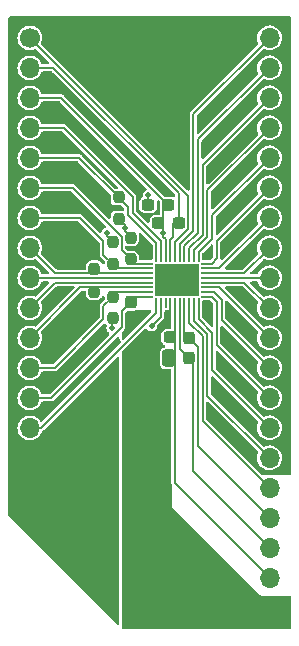
<source format=gbr>
%TF.GenerationSoftware,KiCad,Pcbnew,7.0.1*%
%TF.CreationDate,2023-04-17T09:27:04+12:00*%
%TF.ProjectId,MCT8329A-breakout,4d435438-3332-4394-912d-627265616b6f,1.0*%
%TF.SameCoordinates,Original*%
%TF.FileFunction,Copper,L1,Top*%
%TF.FilePolarity,Positive*%
%FSLAX46Y46*%
G04 Gerber Fmt 4.6, Leading zero omitted, Abs format (unit mm)*
G04 Created by KiCad (PCBNEW 7.0.1) date 2023-04-17 09:27:04*
%MOMM*%
%LPD*%
G01*
G04 APERTURE LIST*
G04 Aperture macros list*
%AMRoundRect*
0 Rectangle with rounded corners*
0 $1 Rounding radius*
0 $2 $3 $4 $5 $6 $7 $8 $9 X,Y pos of 4 corners*
0 Add a 4 corners polygon primitive as box body*
4,1,4,$2,$3,$4,$5,$6,$7,$8,$9,$2,$3,0*
0 Add four circle primitives for the rounded corners*
1,1,$1+$1,$2,$3*
1,1,$1+$1,$4,$5*
1,1,$1+$1,$6,$7*
1,1,$1+$1,$8,$9*
0 Add four rect primitives between the rounded corners*
20,1,$1+$1,$2,$3,$4,$5,0*
20,1,$1+$1,$4,$5,$6,$7,0*
20,1,$1+$1,$6,$7,$8,$9,0*
20,1,$1+$1,$8,$9,$2,$3,0*%
G04 Aperture macros list end*
%TA.AperFunction,SMDPad,CuDef*%
%ADD10RoundRect,0.250000X0.337500X0.475000X-0.337500X0.475000X-0.337500X-0.475000X0.337500X-0.475000X0*%
%TD*%
%TA.AperFunction,SMDPad,CuDef*%
%ADD11RoundRect,0.237500X0.237500X-0.300000X0.237500X0.300000X-0.237500X0.300000X-0.237500X-0.300000X0*%
%TD*%
%TA.AperFunction,SMDPad,CuDef*%
%ADD12RoundRect,0.237500X0.300000X0.237500X-0.300000X0.237500X-0.300000X-0.237500X0.300000X-0.237500X0*%
%TD*%
%TA.AperFunction,SMDPad,CuDef*%
%ADD13R,0.204000X0.807999*%
%TD*%
%TA.AperFunction,SMDPad,CuDef*%
%ADD14R,0.807999X0.204000*%
%TD*%
%TA.AperFunction,SMDPad,CuDef*%
%ADD15R,3.810000X2.794000*%
%TD*%
%TA.AperFunction,SMDPad,CuDef*%
%ADD16RoundRect,0.237500X-0.300000X-0.237500X0.300000X-0.237500X0.300000X0.237500X-0.300000X0.237500X0*%
%TD*%
%TA.AperFunction,SMDPad,CuDef*%
%ADD17RoundRect,0.237500X0.237500X-0.250000X0.237500X0.250000X-0.237500X0.250000X-0.237500X-0.250000X0*%
%TD*%
%TA.AperFunction,SMDPad,CuDef*%
%ADD18RoundRect,0.237500X-0.237500X0.300000X-0.237500X-0.300000X0.237500X-0.300000X0.237500X0.300000X0*%
%TD*%
%TA.AperFunction,SMDPad,CuDef*%
%ADD19RoundRect,0.237500X-0.237500X0.250000X-0.237500X-0.250000X0.237500X-0.250000X0.237500X0.250000X0*%
%TD*%
%TA.AperFunction,ComponentPad*%
%ADD20C,1.700000*%
%TD*%
%TA.AperFunction,ComponentPad*%
%ADD21O,1.700000X1.700000*%
%TD*%
%TA.AperFunction,ViaPad*%
%ADD22C,0.500000*%
%TD*%
%TA.AperFunction,Conductor*%
%ADD23C,0.204000*%
%TD*%
G04 APERTURE END LIST*
D10*
%TO.P,C5,1*%
%TO.N,PVDD*%
X144344501Y-87215000D03*
%TO.P,C5,2*%
%TO.N,PGND*%
X142269501Y-87215000D03*
%TD*%
D11*
%TO.P,C6,1*%
%TO.N,/CPL*%
X146003000Y-87202500D03*
%TO.P,C6,2*%
%TO.N,/CPH*%
X146003000Y-85477500D03*
%TD*%
D12*
%TO.P,C2,1*%
%TO.N,AVDD*%
X144280498Y-74225300D03*
%TO.P,C2,2*%
%TO.N,PGND*%
X142555498Y-74225300D03*
%TD*%
%TO.P,C4,1*%
%TO.N,PVDD*%
X144394501Y-85415000D03*
%TO.P,C4,2*%
%TO.N,PGND*%
X142669501Y-85415000D03*
%TD*%
D13*
%TO.P,U1,1,DGND*%
%TO.N,DGND*%
X143230001Y-82535700D03*
%TO.P,U1,2,VREG*%
%TO.N,AVDD*%
X143630000Y-82535700D03*
%TO.P,U1,3,GCTRL*%
%TO.N,unconnected-(U1-Pad3)*%
X144029999Y-82535700D03*
%TO.P,U1,4,PGND*%
%TO.N,PGND*%
X144430001Y-82535700D03*
%TO.P,U1,5,PVDD*%
%TO.N,PVDD*%
X144830000Y-82535700D03*
%TO.P,U1,6,CPL*%
%TO.N,/CPL*%
X145230000Y-82535700D03*
%TO.P,U1,7,CPH*%
%TO.N,/CPH*%
X145629999Y-82535700D03*
%TO.P,U1,8,GVDD*%
%TO.N,/GVDD*%
X146030001Y-82535700D03*
%TO.P,U1,9,BSTA*%
%TO.N,/BSTA*%
X146430000Y-82535700D03*
%TO.P,U1,10,SHA*%
%TO.N,/SHA*%
X146829999Y-82535700D03*
D14*
%TO.P,U1,11,GHA*%
%TO.N,/GHA*%
X147478700Y-81995000D03*
%TO.P,U1,12,GLA*%
%TO.N,/GLA*%
X147478700Y-81595001D03*
%TO.P,U1,13,BSTB*%
%TO.N,/BSTB*%
X147478700Y-81194999D03*
%TO.P,U1,14,SHB*%
%TO.N,/SHB*%
X147478700Y-80795000D03*
%TO.P,U1,15,GHB*%
%TO.N,/GHB*%
X147478700Y-80395000D03*
%TO.P,U1,16,GLB*%
%TO.N,/GLB*%
X147478700Y-79995001D03*
%TO.P,U1,17,BSTC*%
%TO.N,/BSTC*%
X147478700Y-79594999D03*
%TO.P,U1,18,SHC*%
%TO.N,/SHC*%
X147478700Y-79195000D03*
D13*
%TO.P,U1,19,GHC*%
%TO.N,/GHC*%
X146829999Y-78654300D03*
%TO.P,U1,20,GLC*%
%TO.N,/GLC*%
X146430000Y-78654300D03*
%TO.P,U1,21,LSS*%
%TO.N,/LSS*%
X146030001Y-78654300D03*
%TO.P,U1,22,SP*%
%TO.N,/SP*%
X145629999Y-78654300D03*
%TO.P,U1,23,SN*%
%TO.N,/SN*%
X145230000Y-78654300D03*
%TO.P,U1,24,DRVOFF*%
%TO.N,/DRVOFF*%
X144830000Y-78654300D03*
%TO.P,U1,25,AGND*%
%TO.N,AGND*%
X144430001Y-78654300D03*
%TO.P,U1,26,AVDD*%
%TO.N,AVDD*%
X144029999Y-78654300D03*
%TO.P,U1,27,SPEED/WAKE*%
%TO.N,/SPEED{slash}WAKE*%
X143630000Y-78654300D03*
%TO.P,U1,28,FG*%
%TO.N,/FG*%
X143230001Y-78654300D03*
D14*
%TO.P,U1,29,SDA*%
%TO.N,/SDA*%
X142581300Y-79195000D03*
%TO.P,U1,30,SCL*%
%TO.N,/SCL*%
X142581300Y-79594999D03*
%TO.P,U1,31,DIR*%
%TO.N,/DIR*%
X142581300Y-79995001D03*
%TO.P,U1,32,EXT_CLK*%
%TO.N,/EXT_CLK*%
X142581300Y-80395000D03*
%TO.P,U1,33,DACOUT/SOx/SPEED_ANA*%
%TO.N,/DACOUT{slash}SOx{slash}SPEED_ANA*%
X142581300Y-80795000D03*
%TO.P,U1,34,BRAKE*%
%TO.N,/BRAKE*%
X142581300Y-81194999D03*
%TO.P,U1,35,nFAULT*%
%TO.N,/nFAULT*%
X142581300Y-81595001D03*
%TO.P,U1,36,DVDD*%
%TO.N,DVDD*%
X142581300Y-81995000D03*
D15*
%TO.P,U1,37*%
%TO.N,GND*%
X145030000Y-80595000D03*
%TD*%
D16*
%TO.P,C3,1*%
%TO.N,AVDD*%
X143409499Y-75775300D03*
%TO.P,C3,2*%
%TO.N,AGND*%
X145134499Y-75775300D03*
%TD*%
D17*
%TO.P,R6,1*%
%TO.N,AVDD*%
X140065000Y-75409500D03*
%TO.P,R6,2*%
%TO.N,/FG*%
X140065000Y-73584500D03*
%TD*%
D18*
%TO.P,C1,1*%
%TO.N,DVDD*%
X141093000Y-82430500D03*
%TO.P,C1,2*%
%TO.N,PGND*%
X141093000Y-84155500D03*
%TD*%
D17*
%TO.P,R3,1*%
%TO.N,/SCL*%
X139545000Y-79209499D03*
%TO.P,R3,2*%
%TO.N,AVDD*%
X139545000Y-77384499D03*
%TD*%
%TO.P,R4,1*%
%TO.N,AVDD*%
X139545000Y-83805501D03*
%TO.P,R4,2*%
%TO.N,/nFAULT*%
X139545000Y-81980501D03*
%TD*%
%TO.P,R5,1*%
%TO.N,/SDA*%
X141093000Y-78809500D03*
%TO.P,R5,2*%
%TO.N,AVDD*%
X141093000Y-76984500D03*
%TD*%
D19*
%TO.P,R2,1*%
%TO.N,GND*%
X137995000Y-77784501D03*
%TO.P,R2,2*%
%TO.N,/DIR*%
X137995000Y-79609501D03*
%TD*%
%TO.P,R1,1*%
%TO.N,/BRAKE*%
X137995000Y-81580499D03*
%TO.P,R1,2*%
%TO.N,GND*%
X137995000Y-83405499D03*
%TD*%
D20*
%TO.P,J2,1,Pin_1*%
%TO.N,PGND*%
X152835000Y-108335000D03*
D21*
%TO.P,J2,2,Pin_2*%
%TO.N,PVDD*%
X152835000Y-105795000D03*
%TO.P,J2,3,Pin_3*%
%TO.N,/CPL*%
X152835000Y-103255000D03*
%TO.P,J2,4,Pin_4*%
%TO.N,/CPH*%
X152835000Y-100715000D03*
%TO.P,J2,5,Pin_5*%
%TO.N,/GVDD*%
X152835000Y-98175000D03*
%TO.P,J2,6,Pin_6*%
%TO.N,/BSTA*%
X152835000Y-95635000D03*
%TO.P,J2,7,Pin_7*%
%TO.N,/SHA*%
X152835000Y-93095000D03*
%TO.P,J2,8,Pin_8*%
%TO.N,/GHA*%
X152835000Y-90555000D03*
%TO.P,J2,9,Pin_9*%
%TO.N,/GLA*%
X152835000Y-88015000D03*
%TO.P,J2,10,Pin_10*%
%TO.N,/BSTB*%
X152835000Y-85475000D03*
%TO.P,J2,11,Pin_11*%
%TO.N,/SHB*%
X152835000Y-82935000D03*
%TO.P,J2,12,Pin_12*%
%TO.N,/GHB*%
X152835000Y-80395000D03*
%TO.P,J2,13,Pin_13*%
%TO.N,/GLB*%
X152835000Y-77855000D03*
%TO.P,J2,14,Pin_14*%
%TO.N,/BSTC*%
X152835000Y-75315000D03*
%TO.P,J2,15,Pin_15*%
%TO.N,/SHC*%
X152835000Y-72775000D03*
%TO.P,J2,16,Pin_16*%
%TO.N,/GHC*%
X152835000Y-70235000D03*
%TO.P,J2,17,Pin_17*%
%TO.N,/GLC*%
X152835000Y-67695000D03*
%TO.P,J2,18,Pin_18*%
%TO.N,/LSS*%
X152835000Y-65155000D03*
%TO.P,J2,19,Pin_19*%
%TO.N,/SP*%
X152835000Y-62615000D03*
%TO.P,J2,20,Pin_20*%
%TO.N,/SN*%
X152835000Y-60075000D03*
%TD*%
D20*
%TO.P,J1,1,Pin_1*%
%TO.N,/DRVOFF*%
X132545000Y-60085000D03*
D21*
%TO.P,J1,2,Pin_2*%
%TO.N,AGND*%
X132545000Y-62625000D03*
%TO.P,J1,3,Pin_3*%
%TO.N,AVDD*%
X132545000Y-65165000D03*
%TO.P,J1,4,Pin_4*%
%TO.N,/SPEED{slash}WAKE*%
X132545000Y-67705000D03*
%TO.P,J1,5,Pin_5*%
%TO.N,/FG*%
X132545000Y-70245000D03*
%TO.P,J1,6,Pin_6*%
%TO.N,/SDA*%
X132545000Y-72785000D03*
%TO.P,J1,7,Pin_7*%
%TO.N,/SCL*%
X132545000Y-75325000D03*
%TO.P,J1,8,Pin_8*%
%TO.N,/DIR*%
X132545000Y-77865000D03*
%TO.P,J1,9,Pin_9*%
%TO.N,/EXT_CLK*%
X132545000Y-80405000D03*
%TO.P,J1,10,Pin_10*%
%TO.N,/DACOUT{slash}SOx{slash}SPEED_ANA*%
X132545000Y-82945000D03*
%TO.P,J1,11,Pin_11*%
%TO.N,/BRAKE*%
X132545000Y-85485000D03*
%TO.P,J1,12,Pin_12*%
%TO.N,/nFAULT*%
X132545000Y-88025000D03*
%TO.P,J1,13,Pin_13*%
%TO.N,DVDD*%
X132545000Y-90565000D03*
%TO.P,J1,14,Pin_14*%
%TO.N,DGND*%
X132545000Y-93105000D03*
%TD*%
D22*
%TO.N,AVDD*%
X140575000Y-76200000D03*
X142845000Y-84492141D03*
X139045000Y-76610000D03*
X143845000Y-76580000D03*
X139472858Y-84640000D03*
%TO.N,GND*%
X145520000Y-79630000D03*
X144540000Y-80595000D03*
X149020000Y-85110000D03*
X146500000Y-81560000D03*
X147790000Y-71860000D03*
X144540000Y-79630000D03*
X149000000Y-78260000D03*
X144200000Y-73210000D03*
X147750000Y-83910000D03*
X137225000Y-83900000D03*
X145520000Y-80595000D03*
X149690000Y-79360000D03*
X149690000Y-81430000D03*
X147810000Y-91510000D03*
X142100000Y-77220000D03*
X148210000Y-89380000D03*
X143560000Y-79630000D03*
X145520000Y-81560000D03*
X146500000Y-79630000D03*
X149430000Y-83000000D03*
X145750000Y-72400000D03*
X138450000Y-76010000D03*
X137225000Y-77280000D03*
X148610000Y-87240000D03*
X139800000Y-85920000D03*
X135680000Y-81430000D03*
X136480000Y-69620000D03*
X146990000Y-67580000D03*
X139120000Y-74770000D03*
X148200000Y-73980000D03*
X147390000Y-69710000D03*
X144540000Y-81560000D03*
X146500000Y-80595000D03*
X143560000Y-80595000D03*
X139790000Y-87680000D03*
X143560000Y-81560000D03*
X138180000Y-85820000D03*
X148600000Y-76110000D03*
X147750000Y-78160000D03*
%TO.N,PGND*%
X141850000Y-83570000D03*
X142555498Y-73400000D03*
X143190000Y-86200000D03*
X141700000Y-86190000D03*
X141390000Y-88250000D03*
X142850000Y-88250000D03*
X144230000Y-83440000D03*
X144230000Y-84440000D03*
%TD*%
D23*
%TO.N,DVDD*%
X140318000Y-83205500D02*
X141093000Y-82430500D01*
X142581300Y-81995000D02*
X141251801Y-81995000D01*
X134332848Y-90555000D02*
X140318000Y-84569848D01*
X140318000Y-84569848D02*
X140318000Y-83205500D01*
X132545000Y-90555000D02*
X134332848Y-90555000D01*
%TO.N,DGND*%
X143230001Y-82535700D02*
X143230001Y-83332150D01*
X143230001Y-83332150D02*
X133467151Y-93095000D01*
X133467151Y-93095000D02*
X132545000Y-93095000D01*
%TO.N,AVDD*%
X139472858Y-84640000D02*
X139472858Y-83877643D01*
X143845000Y-76580000D02*
X143845000Y-74210000D01*
X140575000Y-76466500D02*
X141093000Y-76984500D01*
X143845000Y-76939926D02*
X144029999Y-77124925D01*
X135210198Y-65155000D02*
X144280498Y-74225300D01*
X144029999Y-78654300D02*
X144029999Y-77124999D01*
X140575000Y-76200000D02*
X140575000Y-76466500D01*
X143845000Y-76580000D02*
X143845000Y-76939926D01*
X140575000Y-76200000D02*
X140575000Y-75919500D01*
X143630000Y-83707141D02*
X143630000Y-82535700D01*
X142845000Y-84492141D02*
X143630000Y-83707141D01*
X140575000Y-75919500D02*
X140065000Y-75409500D01*
X132545000Y-65155000D02*
X135210198Y-65155000D01*
X139045000Y-76610000D02*
X139045000Y-76884499D01*
X139045000Y-76884499D02*
X139545000Y-77384499D01*
%TO.N,AGND*%
X144430001Y-77204999D02*
X144695000Y-76940000D01*
X145134499Y-73230185D02*
X134519314Y-62615000D01*
X145134499Y-75775300D02*
X145134499Y-73230185D01*
X144430001Y-78654300D02*
X144430001Y-77204999D01*
X134519314Y-62615000D02*
X132545000Y-62615000D01*
X144698999Y-76936001D02*
X144698999Y-75730000D01*
%TO.N,PVDD*%
X144829999Y-85415000D02*
X144829999Y-97789999D01*
X144829999Y-97789999D02*
X152835000Y-105795000D01*
X144830000Y-82535700D02*
X144830000Y-85365000D01*
%TO.N,/CPL*%
X146000000Y-86767000D02*
X145570000Y-86767000D01*
X146375999Y-96790000D02*
X146375999Y-87575999D01*
X146375999Y-87575999D02*
X146010000Y-87210000D01*
X145230000Y-82535700D02*
X145230000Y-86429500D01*
X145230000Y-86429500D02*
X146003000Y-87202500D01*
X152840999Y-103255000D02*
X146375999Y-96790000D01*
%TO.N,/CPH*%
X145630000Y-85450000D02*
X145975500Y-85450000D01*
X146776000Y-94656000D02*
X152835000Y-100715000D01*
X145629999Y-82535700D02*
X145629999Y-85450000D01*
X146776000Y-86250500D02*
X146776000Y-94656000D01*
X145975500Y-85450000D02*
X146003000Y-85477500D01*
X146003000Y-85477500D02*
X146776000Y-86250500D01*
%TO.N,/DRVOFF*%
X145969999Y-73499999D02*
X132545000Y-60075000D01*
X145969999Y-76236571D02*
X145969999Y-73499999D01*
X144830001Y-77376569D02*
X145969999Y-76236571D01*
X144830000Y-78654300D02*
X144830001Y-77376569D01*
%TO.N,/SPEED{slash}WAKE*%
X135420311Y-67695000D02*
X132545000Y-67695000D01*
X141238000Y-73512689D02*
X135420311Y-67695000D01*
X143630000Y-77290612D02*
X141238000Y-74898612D01*
X143630000Y-78654300D02*
X143630000Y-77290612D01*
X141238000Y-74898612D02*
X141238000Y-73512689D01*
%TO.N,/FG*%
X140838000Y-75064297D02*
X143230001Y-77456299D01*
X132545000Y-70235000D02*
X136715500Y-70235000D01*
X136715500Y-70235000D02*
X140065000Y-73584500D01*
X140065000Y-73584500D02*
X140838000Y-74357500D01*
X143230001Y-77456299D02*
X143230001Y-78654300D01*
X140838000Y-74357500D02*
X140838000Y-75064297D01*
%TO.N,/SDA*%
X142581300Y-79195000D02*
X141090000Y-79195000D01*
X140320000Y-76909311D02*
X136185689Y-72775000D01*
X136185689Y-72775000D02*
X132545000Y-72775000D01*
X140320000Y-78036500D02*
X140320000Y-76909311D01*
X141093000Y-78809500D02*
X140320000Y-78036500D01*
%TO.N,/SCL*%
X138772000Y-77316690D02*
X136770310Y-75315000D01*
X142581300Y-79594999D02*
X139599999Y-79594999D01*
X138772000Y-77316690D02*
X138772000Y-78436499D01*
X136770310Y-75315000D02*
X132545000Y-75315000D01*
X138772000Y-78436499D02*
X139545000Y-79209499D01*
%TO.N,/DIR*%
X134685000Y-79995000D02*
X142581300Y-79995001D01*
X132545000Y-77855000D02*
X134685000Y-79995000D01*
%TO.N,/EXT_CLK*%
X142581300Y-80395000D02*
X132545000Y-80395000D01*
%TO.N,/DACOUT{slash}SOx{slash}SPEED_ANA*%
X134685000Y-80795000D02*
X132545000Y-82935000D01*
X142581300Y-80795000D02*
X134685000Y-80795000D01*
%TO.N,/BRAKE*%
X136825000Y-81195000D02*
X142581300Y-81194999D01*
X132545000Y-85475000D02*
X136825000Y-81195000D01*
%TO.N,/nFAULT*%
X139469999Y-81595001D02*
X142581300Y-81595001D01*
X138768000Y-82757501D02*
X139545000Y-81980501D01*
X134630310Y-88015000D02*
X138768000Y-83877310D01*
X138768000Y-83877310D02*
X138768000Y-82757501D01*
X132545000Y-88015000D02*
X134630310Y-88015000D01*
%TO.N,/GVDD*%
X146030001Y-82535700D02*
X146030001Y-84209690D01*
X147176000Y-92516000D02*
X152835000Y-98175000D01*
X146030001Y-84209690D02*
X147176000Y-85355689D01*
X147176000Y-85355689D02*
X147176000Y-92516000D01*
%TO.N,/BSTA*%
X146429999Y-84044002D02*
X147576000Y-85190004D01*
X147576000Y-85190004D02*
X147576000Y-90376000D01*
X147576000Y-90376000D02*
X152835000Y-95635000D01*
X146430000Y-82535700D02*
X146429999Y-84044002D01*
%TO.N,/SHA*%
X147976000Y-85024319D02*
X147976000Y-88236000D01*
X146829999Y-83878316D02*
X147976000Y-85024319D01*
X147976000Y-88236000D02*
X152835000Y-93095000D01*
X146829999Y-82535700D02*
X146829999Y-83878316D01*
%TO.N,/GHA*%
X152835000Y-90555000D02*
X148376000Y-86096000D01*
X148376000Y-86096000D02*
X148376000Y-82441000D01*
X148376000Y-82441000D02*
X147930000Y-81995000D01*
X147930000Y-81995000D02*
X147478700Y-81995000D01*
%TO.N,/GLA*%
X148776000Y-83956000D02*
X152835000Y-88015000D01*
X147478700Y-81595001D02*
X148095687Y-81595001D01*
X148776000Y-82275314D02*
X148776000Y-83956000D01*
X148095687Y-81595001D02*
X148776000Y-82275314D01*
%TO.N,/BSTB*%
X147478700Y-81194999D02*
X148554999Y-81194999D01*
X148554999Y-81194999D02*
X152835000Y-85475000D01*
%TO.N,/SHB*%
X150695000Y-80795000D02*
X152835000Y-82935000D01*
X147478700Y-80795000D02*
X150695000Y-80795000D01*
%TO.N,/GHB*%
X147478700Y-80395000D02*
X152835000Y-80395000D01*
%TO.N,/GLB*%
X150695000Y-79995000D02*
X152835000Y-77855000D01*
X147478700Y-79995001D02*
X150695000Y-79995000D01*
%TO.N,/BSTC*%
X148555000Y-79595000D02*
X152835000Y-75315000D01*
X147478700Y-79594999D02*
X148555000Y-79595000D01*
%TO.N,/SHC*%
X147478700Y-79195000D02*
X147930000Y-79195000D01*
X148369999Y-77240001D02*
X152835000Y-72775000D01*
X148369999Y-78755001D02*
X148369999Y-77240001D01*
X147930000Y-79195000D02*
X148369999Y-78755001D01*
%TO.N,/GHC*%
X147969999Y-77065000D02*
X147969999Y-75100001D01*
X146829999Y-78654300D02*
X146829999Y-78205001D01*
X146829999Y-78205001D02*
X147969999Y-77065000D01*
X147969999Y-75100001D02*
X152835000Y-70235000D01*
%TO.N,/GLC*%
X146430000Y-78654300D02*
X146430000Y-78039314D01*
X146430000Y-78039314D02*
X147569999Y-76899315D01*
X147569999Y-76899315D02*
X147569999Y-72960001D01*
X147569999Y-72960001D02*
X152835000Y-67695000D01*
%TO.N,/LSS*%
X147169999Y-70820001D02*
X152835000Y-65155000D01*
X146030001Y-78654300D02*
X146030000Y-77873628D01*
X147169999Y-76733626D02*
X147169999Y-70820001D01*
X146030000Y-77873628D02*
X147169999Y-76733626D01*
%TO.N,/SP*%
X146769999Y-68680001D02*
X152835000Y-62615000D01*
X145629999Y-78654300D02*
X145630000Y-77707942D01*
X145630000Y-77707942D02*
X146769999Y-76567941D01*
X146769999Y-76567941D02*
X146769999Y-68680001D01*
%TO.N,/SN*%
X145230001Y-77542255D02*
X146369999Y-76402256D01*
X146369999Y-66540001D02*
X152835000Y-60075000D01*
X146369999Y-76402256D02*
X146369999Y-66540001D01*
X145230000Y-78654300D02*
X145230001Y-77542255D01*
%TO.N,PGND*%
X142555498Y-73400000D02*
X142555498Y-74225300D01*
X144430001Y-82535700D02*
X144430001Y-83794999D01*
%TD*%
%TA.AperFunction,Conductor*%
%TO.N,GND*%
G36*
X154596500Y-58277381D02*
G01*
X154642619Y-58323500D01*
X154659500Y-58386500D01*
X154659500Y-96994000D01*
X154642619Y-97057000D01*
X154596500Y-97103119D01*
X154533500Y-97120000D01*
X152254333Y-97120000D01*
X152206115Y-97110409D01*
X152165238Y-97083095D01*
X147511405Y-92429262D01*
X147484091Y-92388385D01*
X147474500Y-92340167D01*
X147474500Y-91000833D01*
X147488233Y-90943630D01*
X147526439Y-90898897D01*
X147580789Y-90876384D01*
X147639436Y-90881000D01*
X147689595Y-90911738D01*
X151848593Y-95070736D01*
X151877421Y-95115445D01*
X151885229Y-95168067D01*
X151870623Y-95219221D01*
X151863482Y-95232581D01*
X151803641Y-95429849D01*
X151783435Y-95635000D01*
X151803641Y-95840150D01*
X151863481Y-96037414D01*
X151960657Y-96219220D01*
X152091431Y-96378568D01*
X152250779Y-96509342D01*
X152250780Y-96509342D01*
X152250782Y-96509344D01*
X152432584Y-96606518D01*
X152531217Y-96636438D01*
X152629849Y-96666358D01*
X152835000Y-96686564D01*
X153040150Y-96666358D01*
X153237416Y-96606518D01*
X153419218Y-96509344D01*
X153578568Y-96378568D01*
X153709344Y-96219218D01*
X153806518Y-96037416D01*
X153866358Y-95840150D01*
X153886564Y-95635000D01*
X153866358Y-95429850D01*
X153806518Y-95232584D01*
X153709344Y-95050782D01*
X153709342Y-95050779D01*
X153578568Y-94891431D01*
X153419220Y-94760657D01*
X153237414Y-94663481D01*
X153040150Y-94603641D01*
X152834999Y-94583435D01*
X152629849Y-94603641D01*
X152432581Y-94663482D01*
X152419221Y-94670623D01*
X152368067Y-94685229D01*
X152315445Y-94677421D01*
X152270736Y-94648593D01*
X147911405Y-90289262D01*
X147884091Y-90248385D01*
X147874500Y-90200167D01*
X147874500Y-88860833D01*
X147888233Y-88803630D01*
X147926439Y-88758897D01*
X147980789Y-88736384D01*
X148039436Y-88741000D01*
X148089595Y-88771738D01*
X151848594Y-92530736D01*
X151877423Y-92575447D01*
X151885229Y-92628070D01*
X151870622Y-92679225D01*
X151863481Y-92692584D01*
X151803641Y-92889849D01*
X151783435Y-93095000D01*
X151803641Y-93300150D01*
X151863481Y-93497414D01*
X151960657Y-93679220D01*
X152091431Y-93838568D01*
X152250779Y-93969342D01*
X152250780Y-93969342D01*
X152250782Y-93969344D01*
X152432584Y-94066518D01*
X152465550Y-94076518D01*
X152629849Y-94126358D01*
X152835000Y-94146564D01*
X153040150Y-94126358D01*
X153237416Y-94066518D01*
X153419218Y-93969344D01*
X153578568Y-93838568D01*
X153709344Y-93679218D01*
X153806518Y-93497416D01*
X153866358Y-93300150D01*
X153886564Y-93095000D01*
X153866358Y-92889850D01*
X153806518Y-92692584D01*
X153709344Y-92510782D01*
X153642442Y-92429262D01*
X153578568Y-92351431D01*
X153419220Y-92220657D01*
X153237414Y-92123481D01*
X153040150Y-92063641D01*
X152834999Y-92043435D01*
X152629849Y-92063641D01*
X152432584Y-92123481D01*
X152419225Y-92130622D01*
X152368070Y-92145229D01*
X152315447Y-92137423D01*
X152270736Y-92108594D01*
X150301363Y-90139221D01*
X148311405Y-88149262D01*
X148284091Y-88108385D01*
X148274500Y-88060167D01*
X148274500Y-86720833D01*
X148288233Y-86663630D01*
X148326439Y-86618897D01*
X148380789Y-86596384D01*
X148439436Y-86601000D01*
X148489595Y-86631738D01*
X151848593Y-89990736D01*
X151877421Y-90035445D01*
X151885229Y-90088067D01*
X151870623Y-90139221D01*
X151863482Y-90152581D01*
X151803641Y-90349849D01*
X151783435Y-90555000D01*
X151803641Y-90760150D01*
X151859300Y-90943630D01*
X151863482Y-90957416D01*
X151868826Y-90967414D01*
X151960657Y-91139220D01*
X152091431Y-91298568D01*
X152250779Y-91429342D01*
X152250780Y-91429342D01*
X152250782Y-91429344D01*
X152432584Y-91526518D01*
X152465550Y-91536518D01*
X152629849Y-91586358D01*
X152835000Y-91606564D01*
X153040150Y-91586358D01*
X153237416Y-91526518D01*
X153419218Y-91429344D01*
X153578568Y-91298568D01*
X153709344Y-91139218D01*
X153806518Y-90957416D01*
X153866358Y-90760150D01*
X153886564Y-90555000D01*
X153866358Y-90349850D01*
X153806518Y-90152584D01*
X153709344Y-89970782D01*
X153709342Y-89970779D01*
X153578568Y-89811431D01*
X153419220Y-89680657D01*
X153237414Y-89583481D01*
X153040150Y-89523641D01*
X152835000Y-89503435D01*
X152629849Y-89523641D01*
X152432581Y-89583482D01*
X152419221Y-89590623D01*
X152368067Y-89605229D01*
X152315445Y-89597421D01*
X152270736Y-89568593D01*
X148711405Y-86009262D01*
X148684091Y-85968385D01*
X148674500Y-85920167D01*
X148674500Y-84580833D01*
X148688233Y-84523630D01*
X148726439Y-84478897D01*
X148780789Y-84456384D01*
X148839436Y-84461000D01*
X148889595Y-84491738D01*
X151848593Y-87450736D01*
X151877421Y-87495445D01*
X151885229Y-87548067D01*
X151870623Y-87599221D01*
X151863482Y-87612581D01*
X151803641Y-87809849D01*
X151783435Y-88015000D01*
X151803641Y-88220150D01*
X151863481Y-88417414D01*
X151863482Y-88417416D01*
X151868826Y-88427414D01*
X151960657Y-88599220D01*
X152091431Y-88758568D01*
X152250779Y-88889342D01*
X152250780Y-88889342D01*
X152250782Y-88889344D01*
X152432584Y-88986518D01*
X152465550Y-88996518D01*
X152629849Y-89046358D01*
X152835000Y-89066564D01*
X153040150Y-89046358D01*
X153237416Y-88986518D01*
X153419218Y-88889344D01*
X153578568Y-88758568D01*
X153709344Y-88599218D01*
X153806518Y-88417416D01*
X153866358Y-88220150D01*
X153886564Y-88015000D01*
X153866358Y-87809850D01*
X153806518Y-87612584D01*
X153709344Y-87430782D01*
X153709342Y-87430779D01*
X153578568Y-87271431D01*
X153419220Y-87140657D01*
X153328316Y-87092068D01*
X153237416Y-87043482D01*
X153237415Y-87043481D01*
X153237414Y-87043481D01*
X153040150Y-86983641D01*
X152834999Y-86963435D01*
X152629849Y-86983641D01*
X152432584Y-87043481D01*
X152419225Y-87050622D01*
X152368070Y-87065229D01*
X152315447Y-87057423D01*
X152270736Y-87028594D01*
X149111405Y-83869262D01*
X149084091Y-83828385D01*
X149074500Y-83780167D01*
X149074500Y-82440833D01*
X149088233Y-82383630D01*
X149126439Y-82338897D01*
X149180789Y-82316384D01*
X149239436Y-82321000D01*
X149289595Y-82351738D01*
X151848593Y-84910736D01*
X151877421Y-84955445D01*
X151885229Y-85008067D01*
X151870623Y-85059221D01*
X151863482Y-85072581D01*
X151803641Y-85269849D01*
X151783435Y-85475000D01*
X151803641Y-85680150D01*
X151863481Y-85877414D01*
X151960657Y-86059220D01*
X152091431Y-86218568D01*
X152250779Y-86349342D01*
X152250780Y-86349342D01*
X152250782Y-86349344D01*
X152432584Y-86446518D01*
X152465550Y-86456518D01*
X152629849Y-86506358D01*
X152835000Y-86526564D01*
X153040150Y-86506358D01*
X153237416Y-86446518D01*
X153419218Y-86349344D01*
X153578568Y-86218568D01*
X153709344Y-86059218D01*
X153806518Y-85877416D01*
X153866358Y-85680150D01*
X153886564Y-85475000D01*
X153866358Y-85269850D01*
X153806518Y-85072584D01*
X153709344Y-84890782D01*
X153703678Y-84883878D01*
X153578568Y-84731431D01*
X153419220Y-84600657D01*
X153237414Y-84503481D01*
X153040150Y-84443641D01*
X152835000Y-84423435D01*
X152629849Y-84443641D01*
X152432581Y-84503482D01*
X152419221Y-84510623D01*
X152368067Y-84525229D01*
X152315445Y-84517421D01*
X152270736Y-84488593D01*
X149090738Y-81308595D01*
X149060000Y-81258436D01*
X149055384Y-81199789D01*
X149077897Y-81145439D01*
X149122630Y-81107233D01*
X149179833Y-81093500D01*
X150519167Y-81093500D01*
X150567385Y-81103091D01*
X150608262Y-81130405D01*
X151848593Y-82370736D01*
X151877421Y-82415445D01*
X151885229Y-82468067D01*
X151870623Y-82519221D01*
X151863482Y-82532581D01*
X151803641Y-82729849D01*
X151783435Y-82935000D01*
X151803641Y-83140150D01*
X151863481Y-83337414D01*
X151960657Y-83519220D01*
X152091431Y-83678568D01*
X152250779Y-83809342D01*
X152250780Y-83809342D01*
X152250782Y-83809344D01*
X152432584Y-83906518D01*
X152465550Y-83916518D01*
X152629849Y-83966358D01*
X152834999Y-83986564D01*
X152834999Y-83986563D01*
X152835000Y-83986564D01*
X153040150Y-83966358D01*
X153237416Y-83906518D01*
X153419218Y-83809344D01*
X153578568Y-83678568D01*
X153709344Y-83519218D01*
X153806518Y-83337416D01*
X153866358Y-83140150D01*
X153886564Y-82935000D01*
X153871984Y-82786971D01*
X153866358Y-82729849D01*
X153820347Y-82578172D01*
X153806518Y-82532584D01*
X153709344Y-82350782D01*
X153705784Y-82346444D01*
X153578568Y-82191431D01*
X153419220Y-82060657D01*
X153237414Y-81963481D01*
X153040150Y-81903641D01*
X152835000Y-81883435D01*
X152629849Y-81903641D01*
X152432581Y-81963482D01*
X152419221Y-81970623D01*
X152368067Y-81985229D01*
X152315445Y-81977421D01*
X152270736Y-81948593D01*
X151230738Y-80908595D01*
X151200000Y-80858436D01*
X151195384Y-80799789D01*
X151217897Y-80745439D01*
X151262630Y-80707233D01*
X151319833Y-80693500D01*
X151738512Y-80693500D01*
X151790514Y-80704731D01*
X151833244Y-80736423D01*
X151859085Y-80782923D01*
X151863481Y-80797414D01*
X151863482Y-80797416D01*
X151960657Y-80979220D01*
X152091431Y-81138568D01*
X152250779Y-81269342D01*
X152250780Y-81269342D01*
X152250782Y-81269344D01*
X152432584Y-81366518D01*
X152465550Y-81376518D01*
X152629849Y-81426358D01*
X152835000Y-81446564D01*
X153040150Y-81426358D01*
X153237416Y-81366518D01*
X153419218Y-81269344D01*
X153578568Y-81138568D01*
X153709344Y-80979218D01*
X153806518Y-80797416D01*
X153866358Y-80600150D01*
X153886564Y-80395000D01*
X153866358Y-80189850D01*
X153861450Y-80173672D01*
X153810913Y-80007074D01*
X153806518Y-79992584D01*
X153709344Y-79810782D01*
X153678887Y-79773670D01*
X153578568Y-79651431D01*
X153419220Y-79520657D01*
X153237414Y-79423481D01*
X153040150Y-79363641D01*
X152835000Y-79343435D01*
X152629849Y-79363641D01*
X152432585Y-79423481D01*
X152250779Y-79520657D01*
X152091431Y-79651431D01*
X151960657Y-79810779D01*
X151863482Y-79992583D01*
X151861924Y-79997717D01*
X151859085Y-80007076D01*
X151833244Y-80053577D01*
X151790514Y-80085269D01*
X151738512Y-80096500D01*
X151319833Y-80096500D01*
X151262630Y-80082767D01*
X151217897Y-80044561D01*
X151195384Y-79990211D01*
X151200000Y-79931564D01*
X151230735Y-79881407D01*
X152270740Y-78841401D01*
X152315448Y-78812576D01*
X152368073Y-78804770D01*
X152419228Y-78819379D01*
X152432584Y-78826518D01*
X152629849Y-78886358D01*
X152835000Y-78906564D01*
X153040150Y-78886358D01*
X153237416Y-78826518D01*
X153419218Y-78729344D01*
X153578568Y-78598568D01*
X153709344Y-78439218D01*
X153806518Y-78257416D01*
X153866358Y-78060150D01*
X153886564Y-77855000D01*
X153866358Y-77649850D01*
X153860983Y-77632132D01*
X153818633Y-77492523D01*
X153806518Y-77452584D01*
X153709344Y-77270782D01*
X153709342Y-77270779D01*
X153578568Y-77111431D01*
X153419220Y-76980657D01*
X153237414Y-76883481D01*
X153040150Y-76823641D01*
X152835000Y-76803435D01*
X152629849Y-76823641D01*
X152432585Y-76883481D01*
X152250779Y-76980657D01*
X152091431Y-77111431D01*
X151960657Y-77270779D01*
X151863481Y-77452585D01*
X151803641Y-77649849D01*
X151783435Y-77854999D01*
X151803641Y-78060150D01*
X151863481Y-78257415D01*
X151870621Y-78270773D01*
X151885228Y-78321928D01*
X151877422Y-78374551D01*
X151848593Y-78419262D01*
X150608261Y-79659595D01*
X150567384Y-79686909D01*
X150519166Y-79696500D01*
X149179832Y-79696500D01*
X149122629Y-79682767D01*
X149077896Y-79644561D01*
X149055383Y-79590211D01*
X149059999Y-79531564D01*
X149090737Y-79481405D01*
X150663257Y-77908885D01*
X152270738Y-76301403D01*
X152315448Y-76272576D01*
X152368073Y-76264770D01*
X152419227Y-76279378D01*
X152432537Y-76286493D01*
X152432584Y-76286518D01*
X152629849Y-76346358D01*
X152834999Y-76366564D01*
X152834999Y-76366563D01*
X152835000Y-76366564D01*
X153040150Y-76346358D01*
X153237416Y-76286518D01*
X153419218Y-76189344D01*
X153578568Y-76058568D01*
X153709344Y-75899218D01*
X153806518Y-75717416D01*
X153866358Y-75520150D01*
X153886564Y-75315000D01*
X153869235Y-75139065D01*
X153866358Y-75109849D01*
X153819207Y-74954415D01*
X153806518Y-74912584D01*
X153709344Y-74730782D01*
X153709342Y-74730779D01*
X153578568Y-74571431D01*
X153419220Y-74440657D01*
X153237414Y-74343481D01*
X153040150Y-74283641D01*
X152835000Y-74263435D01*
X152629849Y-74283641D01*
X152432585Y-74343481D01*
X152250779Y-74440657D01*
X152091431Y-74571431D01*
X151960657Y-74730779D01*
X151863481Y-74912585D01*
X151803641Y-75109849D01*
X151783435Y-75314999D01*
X151803641Y-75520150D01*
X151863481Y-75717415D01*
X151870621Y-75730773D01*
X151885228Y-75781928D01*
X151877422Y-75834551D01*
X151848593Y-75879262D01*
X148887222Y-78840633D01*
X148826974Y-78874191D01*
X148758083Y-78871006D01*
X148701189Y-78832031D01*
X148673335Y-78768942D01*
X148669707Y-78742928D01*
X148668499Y-78725524D01*
X148668499Y-77415834D01*
X148678090Y-77367616D01*
X148705404Y-77326739D01*
X149585343Y-76446800D01*
X152270738Y-73761403D01*
X152315448Y-73732576D01*
X152368073Y-73724770D01*
X152419228Y-73739379D01*
X152432584Y-73746518D01*
X152629849Y-73806358D01*
X152835000Y-73826564D01*
X153040150Y-73806358D01*
X153237416Y-73746518D01*
X153419218Y-73649344D01*
X153578568Y-73518568D01*
X153709344Y-73359218D01*
X153806518Y-73177416D01*
X153866358Y-72980150D01*
X153886564Y-72775000D01*
X153877739Y-72685405D01*
X153866358Y-72569849D01*
X153810914Y-72387077D01*
X153806518Y-72372584D01*
X153709344Y-72190782D01*
X153709342Y-72190779D01*
X153578568Y-72031431D01*
X153419220Y-71900657D01*
X153237414Y-71803481D01*
X153040150Y-71743641D01*
X152835000Y-71723435D01*
X152629849Y-71743641D01*
X152432585Y-71803481D01*
X152250779Y-71900657D01*
X152091431Y-72031431D01*
X151960657Y-72190779D01*
X151863481Y-72372585D01*
X151803641Y-72569849D01*
X151783435Y-72774999D01*
X151803641Y-72980150D01*
X151863481Y-73177415D01*
X151870621Y-73190773D01*
X151885228Y-73241928D01*
X151877422Y-73294551D01*
X151848593Y-73339262D01*
X148483594Y-76704263D01*
X148433435Y-76735001D01*
X148374788Y-76739617D01*
X148320438Y-76717104D01*
X148282232Y-76672371D01*
X148268499Y-76615168D01*
X148268499Y-75275834D01*
X148278090Y-75227616D01*
X148305404Y-75186739D01*
X149269603Y-74222540D01*
X152270738Y-71221403D01*
X152315448Y-71192576D01*
X152368073Y-71184770D01*
X152419228Y-71199379D01*
X152432584Y-71206518D01*
X152629849Y-71266358D01*
X152835000Y-71286564D01*
X153040150Y-71266358D01*
X153237416Y-71206518D01*
X153419218Y-71109344D01*
X153578568Y-70978568D01*
X153709344Y-70819218D01*
X153806518Y-70637416D01*
X153866358Y-70440150D01*
X153886564Y-70235000D01*
X153870598Y-70072896D01*
X153866358Y-70029849D01*
X153810914Y-69847077D01*
X153806518Y-69832584D01*
X153709344Y-69650782D01*
X153709342Y-69650779D01*
X153578568Y-69491431D01*
X153419220Y-69360657D01*
X153237414Y-69263481D01*
X153040150Y-69203641D01*
X152835000Y-69183435D01*
X152629849Y-69203641D01*
X152432585Y-69263481D01*
X152250779Y-69360657D01*
X152091431Y-69491431D01*
X151960657Y-69650779D01*
X151863481Y-69832585D01*
X151803641Y-70029849D01*
X151783435Y-70235000D01*
X151803641Y-70440150D01*
X151863481Y-70637415D01*
X151870621Y-70650773D01*
X151885228Y-70701928D01*
X151877422Y-70754551D01*
X151848593Y-70799262D01*
X148083594Y-74564263D01*
X148033435Y-74595001D01*
X147974788Y-74599617D01*
X147920438Y-74577104D01*
X147882232Y-74532371D01*
X147868499Y-74475168D01*
X147868499Y-73135834D01*
X147878090Y-73087616D01*
X147905404Y-73046739D01*
X148920712Y-72031431D01*
X152270738Y-68681403D01*
X152315448Y-68652576D01*
X152368073Y-68644770D01*
X152419228Y-68659379D01*
X152432584Y-68666518D01*
X152629849Y-68726358D01*
X152835000Y-68746564D01*
X153040150Y-68726358D01*
X153237416Y-68666518D01*
X153419218Y-68569344D01*
X153578568Y-68438568D01*
X153709344Y-68279218D01*
X153806518Y-68097416D01*
X153866358Y-67900150D01*
X153886564Y-67695000D01*
X153870598Y-67532896D01*
X153866358Y-67489849D01*
X153810914Y-67307077D01*
X153806518Y-67292584D01*
X153709344Y-67110782D01*
X153709342Y-67110779D01*
X153578568Y-66951431D01*
X153419220Y-66820657D01*
X153237414Y-66723481D01*
X153040150Y-66663641D01*
X152835000Y-66643435D01*
X152629849Y-66663641D01*
X152432585Y-66723481D01*
X152250779Y-66820657D01*
X152091431Y-66951431D01*
X151960657Y-67110779D01*
X151863481Y-67292585D01*
X151803641Y-67489849D01*
X151783435Y-67695000D01*
X151803641Y-67900150D01*
X151863481Y-68097416D01*
X151870622Y-68110776D01*
X151885228Y-68161930D01*
X151877422Y-68214553D01*
X151848593Y-68259263D01*
X147683594Y-72424263D01*
X147633435Y-72455001D01*
X147574788Y-72459617D01*
X147520438Y-72437104D01*
X147482232Y-72392371D01*
X147468499Y-72335168D01*
X147468499Y-70995834D01*
X147478090Y-70947616D01*
X147505404Y-70906739D01*
X148579559Y-69832584D01*
X152270738Y-66141403D01*
X152315448Y-66112576D01*
X152368073Y-66104770D01*
X152419228Y-66119379D01*
X152432584Y-66126518D01*
X152629849Y-66186358D01*
X152835000Y-66206564D01*
X153040150Y-66186358D01*
X153237416Y-66126518D01*
X153419218Y-66029344D01*
X153578568Y-65898568D01*
X153709344Y-65739218D01*
X153806518Y-65557416D01*
X153866358Y-65360150D01*
X153886564Y-65155000D01*
X153870598Y-64992896D01*
X153866358Y-64949849D01*
X153810914Y-64767077D01*
X153806518Y-64752584D01*
X153709344Y-64570782D01*
X153709342Y-64570779D01*
X153578568Y-64411431D01*
X153419220Y-64280657D01*
X153237414Y-64183481D01*
X153040150Y-64123641D01*
X152835000Y-64103435D01*
X152629849Y-64123641D01*
X152432585Y-64183481D01*
X152250779Y-64280657D01*
X152091431Y-64411431D01*
X151960657Y-64570779D01*
X151863481Y-64752585D01*
X151803641Y-64949849D01*
X151783435Y-65155000D01*
X151803641Y-65360150D01*
X151863481Y-65557415D01*
X151870621Y-65570773D01*
X151885228Y-65621928D01*
X151877422Y-65674551D01*
X151848593Y-65719262D01*
X147283594Y-70284263D01*
X147233435Y-70315001D01*
X147174788Y-70319617D01*
X147120438Y-70297104D01*
X147082232Y-70252371D01*
X147068499Y-70195168D01*
X147068499Y-68855834D01*
X147078090Y-68807616D01*
X147105404Y-68766739D01*
X147961993Y-67910150D01*
X152270737Y-63601403D01*
X152315446Y-63572576D01*
X152368070Y-63564770D01*
X152419222Y-63579376D01*
X152432584Y-63586518D01*
X152432586Y-63586518D01*
X152432587Y-63586519D01*
X152629849Y-63646358D01*
X152835000Y-63666564D01*
X153040150Y-63646358D01*
X153237416Y-63586518D01*
X153419218Y-63489344D01*
X153578568Y-63358568D01*
X153709344Y-63199218D01*
X153806518Y-63017416D01*
X153866358Y-62820150D01*
X153886564Y-62615000D01*
X153866358Y-62409850D01*
X153806518Y-62212584D01*
X153709344Y-62030782D01*
X153709342Y-62030779D01*
X153578568Y-61871431D01*
X153419220Y-61740657D01*
X153237414Y-61643481D01*
X153040150Y-61583641D01*
X152835000Y-61563435D01*
X152629849Y-61583641D01*
X152432585Y-61643481D01*
X152250779Y-61740657D01*
X152091431Y-61871431D01*
X151960657Y-62030779D01*
X151863481Y-62212585D01*
X151803641Y-62409849D01*
X151783435Y-62615000D01*
X151803641Y-62820150D01*
X151863481Y-63017416D01*
X151870622Y-63030776D01*
X151885228Y-63081930D01*
X151877422Y-63134553D01*
X151848593Y-63179263D01*
X146883594Y-68144263D01*
X146833435Y-68175001D01*
X146774788Y-68179617D01*
X146720438Y-68157104D01*
X146682232Y-68112371D01*
X146668499Y-68055168D01*
X146668499Y-66715834D01*
X146678090Y-66667616D01*
X146705404Y-66626739D01*
X147971993Y-65360150D01*
X152270738Y-61061403D01*
X152315448Y-61032576D01*
X152368073Y-61024770D01*
X152419228Y-61039379D01*
X152432584Y-61046518D01*
X152629849Y-61106358D01*
X152835000Y-61126564D01*
X153040150Y-61106358D01*
X153237416Y-61046518D01*
X153419218Y-60949344D01*
X153578568Y-60818568D01*
X153709344Y-60659218D01*
X153806518Y-60477416D01*
X153866358Y-60280150D01*
X153886564Y-60075000D01*
X153866358Y-59869850D01*
X153806518Y-59672584D01*
X153709344Y-59490782D01*
X153709342Y-59490779D01*
X153578568Y-59331431D01*
X153419220Y-59200657D01*
X153237414Y-59103481D01*
X153040150Y-59043641D01*
X152835000Y-59023435D01*
X152629849Y-59043641D01*
X152432585Y-59103481D01*
X152250779Y-59200657D01*
X152091431Y-59331431D01*
X151960657Y-59490779D01*
X151863481Y-59672585D01*
X151803641Y-59869849D01*
X151783435Y-60074999D01*
X151803641Y-60280150D01*
X151863481Y-60477415D01*
X151870621Y-60490773D01*
X151885228Y-60541928D01*
X151877422Y-60594551D01*
X151848593Y-60639262D01*
X146207889Y-66279966D01*
X146194059Y-66289917D01*
X146155992Y-66331674D01*
X146151979Y-66335877D01*
X146138600Y-66349256D01*
X146129557Y-66360672D01*
X146111812Y-66380137D01*
X146109445Y-66386249D01*
X146095910Y-66411927D01*
X146092202Y-66417340D01*
X146086171Y-66442983D01*
X146081010Y-66459648D01*
X146071499Y-66484200D01*
X146071499Y-66490750D01*
X146068152Y-66519598D01*
X146066651Y-66525975D01*
X146070291Y-66552063D01*
X146071499Y-66569471D01*
X146071499Y-72875167D01*
X146057766Y-72932370D01*
X146019560Y-72977103D01*
X145965210Y-72999616D01*
X145906563Y-72995000D01*
X145856404Y-72964262D01*
X139722799Y-66830657D01*
X133534889Y-60642746D01*
X133506059Y-60598033D01*
X133498254Y-60545407D01*
X133512863Y-60494253D01*
X133516518Y-60487416D01*
X133576358Y-60290150D01*
X133596564Y-60085000D01*
X133576358Y-59879850D01*
X133573324Y-59869849D01*
X133516518Y-59682585D01*
X133516518Y-59682584D01*
X133419344Y-59500782D01*
X133419342Y-59500779D01*
X133288568Y-59341431D01*
X133129220Y-59210657D01*
X132947414Y-59113481D01*
X132750150Y-59053641D01*
X132545000Y-59033435D01*
X132339849Y-59053641D01*
X132142585Y-59113481D01*
X131960779Y-59210657D01*
X131801431Y-59341431D01*
X131670657Y-59500779D01*
X131573481Y-59682585D01*
X131513641Y-59879849D01*
X131493435Y-60085000D01*
X131513641Y-60290150D01*
X131573481Y-60487414D01*
X131670657Y-60669220D01*
X131801431Y-60828568D01*
X131960779Y-60959342D01*
X131960780Y-60959342D01*
X131960782Y-60959344D01*
X132142584Y-61056518D01*
X132241216Y-61086437D01*
X132339849Y-61116358D01*
X132545000Y-61136564D01*
X132750150Y-61116358D01*
X132947416Y-61056518D01*
X132967292Y-61045893D01*
X133018441Y-61031287D01*
X133071067Y-61039092D01*
X133115779Y-61067922D01*
X134149262Y-62101405D01*
X134180000Y-62151564D01*
X134184616Y-62210211D01*
X134162103Y-62264561D01*
X134117370Y-62302767D01*
X134060167Y-62316500D01*
X133638455Y-62316500D01*
X133586454Y-62305269D01*
X133543724Y-62273578D01*
X133517881Y-62227077D01*
X133516518Y-62222584D01*
X133419342Y-62040779D01*
X133288568Y-61881431D01*
X133129220Y-61750657D01*
X132947414Y-61653481D01*
X132750150Y-61593641D01*
X132545000Y-61573435D01*
X132339849Y-61593641D01*
X132142585Y-61653481D01*
X131960779Y-61750657D01*
X131801431Y-61881431D01*
X131670657Y-62040779D01*
X131573481Y-62222585D01*
X131513641Y-62419849D01*
X131493435Y-62625000D01*
X131513641Y-62830150D01*
X131573481Y-63027414D01*
X131670657Y-63209220D01*
X131801431Y-63368568D01*
X131960779Y-63499342D01*
X131960780Y-63499342D01*
X131960782Y-63499344D01*
X132142584Y-63596518D01*
X132241217Y-63626438D01*
X132339849Y-63656358D01*
X132545000Y-63676564D01*
X132750150Y-63656358D01*
X132947416Y-63596518D01*
X133129218Y-63499344D01*
X133288568Y-63368568D01*
X133419344Y-63209218D01*
X133516518Y-63027416D01*
X133523948Y-63002924D01*
X133549790Y-62956422D01*
X133592521Y-62924731D01*
X133644522Y-62913500D01*
X134343481Y-62913500D01*
X134391699Y-62923091D01*
X134432576Y-62950405D01*
X144799094Y-73316922D01*
X144826408Y-73357799D01*
X144835999Y-73406017D01*
X144835999Y-73439821D01*
X144821943Y-73497653D01*
X144782911Y-73542582D01*
X144727612Y-73564584D01*
X144668383Y-73558750D01*
X144662096Y-73556550D01*
X144652320Y-73555633D01*
X144632770Y-73553800D01*
X144632768Y-73553800D01*
X144083331Y-73553800D01*
X144035113Y-73544209D01*
X143994236Y-73516895D01*
X135470237Y-64992896D01*
X135460286Y-64979065D01*
X135418525Y-64940995D01*
X135414335Y-64936994D01*
X135401709Y-64924368D01*
X135401708Y-64924367D01*
X135400940Y-64923599D01*
X135389523Y-64914557D01*
X135370060Y-64896814D01*
X135370058Y-64896812D01*
X135363952Y-64894447D01*
X135338261Y-64880905D01*
X135332857Y-64877203D01*
X135332856Y-64877202D01*
X135332855Y-64877202D01*
X135307213Y-64871171D01*
X135290545Y-64866010D01*
X135265997Y-64856500D01*
X135259449Y-64856500D01*
X135230601Y-64853153D01*
X135224223Y-64851652D01*
X135198136Y-64855292D01*
X135180728Y-64856500D01*
X133638455Y-64856500D01*
X133586454Y-64845269D01*
X133543724Y-64813578D01*
X133517881Y-64767077D01*
X133516518Y-64762584D01*
X133419342Y-64580779D01*
X133288568Y-64421431D01*
X133129220Y-64290657D01*
X132947414Y-64193481D01*
X132750150Y-64133641D01*
X132545000Y-64113435D01*
X132339849Y-64133641D01*
X132142585Y-64193481D01*
X131960779Y-64290657D01*
X131801431Y-64421431D01*
X131670657Y-64580779D01*
X131573481Y-64762585D01*
X131513641Y-64959849D01*
X131493435Y-65165000D01*
X131513641Y-65370150D01*
X131573481Y-65567414D01*
X131670657Y-65749220D01*
X131801431Y-65908568D01*
X131960779Y-66039342D01*
X131960780Y-66039342D01*
X131960782Y-66039344D01*
X132142584Y-66136518D01*
X132241216Y-66166437D01*
X132339849Y-66196358D01*
X132545000Y-66216564D01*
X132750150Y-66196358D01*
X132947416Y-66136518D01*
X133129218Y-66039344D01*
X133288568Y-65908568D01*
X133419344Y-65749218D01*
X133516518Y-65567416D01*
X133523948Y-65542924D01*
X133549790Y-65496422D01*
X133592521Y-65464731D01*
X133644522Y-65453500D01*
X135034365Y-65453500D01*
X135082583Y-65463091D01*
X135123460Y-65490405D01*
X142414772Y-72781717D01*
X142447187Y-72837476D01*
X142447764Y-72901969D01*
X142416352Y-72958299D01*
X142382610Y-72978730D01*
X142383348Y-72979879D01*
X142260096Y-73059087D01*
X142176016Y-73156121D01*
X142122678Y-73272915D01*
X142104406Y-73399998D01*
X142114470Y-73469998D01*
X142105996Y-73536542D01*
X142064574Y-73589307D01*
X141945148Y-73677448D01*
X141867456Y-73782717D01*
X141824248Y-73906200D01*
X141821498Y-73935530D01*
X141821498Y-74515070D01*
X141824248Y-74544399D01*
X141867456Y-74667882D01*
X141867457Y-74667884D01*
X141867458Y-74667885D01*
X141945147Y-74773151D01*
X142050413Y-74850840D01*
X142050414Y-74850840D01*
X142050415Y-74850841D01*
X142073364Y-74858871D01*
X142173901Y-74894050D01*
X142203226Y-74896800D01*
X142203228Y-74896800D01*
X142885749Y-74896800D01*
X142952785Y-74916113D01*
X142967109Y-74932141D01*
X142980737Y-74899241D01*
X143037632Y-74858871D01*
X143041842Y-74857397D01*
X143060583Y-74850840D01*
X143165849Y-74773151D01*
X143243538Y-74667885D01*
X143286748Y-74544397D01*
X143289498Y-74515072D01*
X143289498Y-73960633D01*
X143303231Y-73903430D01*
X143341437Y-73858697D01*
X143395787Y-73836184D01*
X143454434Y-73840800D01*
X143504593Y-73871538D01*
X143509593Y-73876538D01*
X143536907Y-73917415D01*
X143546498Y-73965633D01*
X143546498Y-74521037D01*
X143546500Y-74521079D01*
X143546500Y-74977800D01*
X143529619Y-75040800D01*
X143483500Y-75086919D01*
X143420500Y-75103800D01*
X143079248Y-75103800D01*
X143012212Y-75084487D01*
X142997887Y-75068458D01*
X142984260Y-75101359D01*
X142927365Y-75141729D01*
X142904415Y-75149759D01*
X142799148Y-75227449D01*
X142721457Y-75332717D01*
X142678249Y-75456200D01*
X142675499Y-75485530D01*
X142675499Y-75609779D01*
X142661766Y-75666982D01*
X142623560Y-75711715D01*
X142569210Y-75734228D01*
X142510563Y-75729612D01*
X142460406Y-75698875D01*
X141573402Y-74811871D01*
X141546091Y-74770997D01*
X141536500Y-74722779D01*
X141536500Y-73581940D01*
X141539244Y-73565113D01*
X141538277Y-73544209D01*
X141536634Y-73508687D01*
X141536500Y-73502869D01*
X141536500Y-73483935D01*
X141534821Y-73469469D01*
X141533605Y-73443164D01*
X141532129Y-73439821D01*
X141530960Y-73437172D01*
X141522369Y-73409431D01*
X141521165Y-73402990D01*
X141514365Y-73392008D01*
X141507297Y-73380592D01*
X141499160Y-73365156D01*
X141496538Y-73359218D01*
X141488527Y-73341074D01*
X141483898Y-73336445D01*
X141465865Y-73313678D01*
X141462415Y-73308106D01*
X141441390Y-73292229D01*
X141428226Y-73280773D01*
X135680350Y-67532896D01*
X135670399Y-67519065D01*
X135628638Y-67480995D01*
X135624448Y-67476994D01*
X135611822Y-67464368D01*
X135611821Y-67464367D01*
X135611053Y-67463599D01*
X135599636Y-67454557D01*
X135580173Y-67436814D01*
X135580171Y-67436812D01*
X135574065Y-67434447D01*
X135548374Y-67420905D01*
X135542970Y-67417203D01*
X135542969Y-67417202D01*
X135542968Y-67417202D01*
X135517326Y-67411171D01*
X135500658Y-67406010D01*
X135476110Y-67396500D01*
X135469562Y-67396500D01*
X135440714Y-67393153D01*
X135434336Y-67391652D01*
X135408249Y-67395292D01*
X135390841Y-67396500D01*
X133638455Y-67396500D01*
X133586454Y-67385269D01*
X133543724Y-67353578D01*
X133517881Y-67307077D01*
X133516518Y-67302584D01*
X133419342Y-67120779D01*
X133288568Y-66961431D01*
X133129220Y-66830657D01*
X132947414Y-66733481D01*
X132750150Y-66673641D01*
X132545000Y-66653435D01*
X132339849Y-66673641D01*
X132142585Y-66733481D01*
X131960779Y-66830657D01*
X131801431Y-66961431D01*
X131670657Y-67120779D01*
X131573481Y-67302585D01*
X131513641Y-67499849D01*
X131493435Y-67705000D01*
X131513641Y-67910150D01*
X131573481Y-68107413D01*
X131573482Y-68107416D01*
X131612074Y-68179617D01*
X131670657Y-68289220D01*
X131801431Y-68448568D01*
X131960779Y-68579342D01*
X131960780Y-68579342D01*
X131960782Y-68579344D01*
X132142584Y-68676518D01*
X132241216Y-68706437D01*
X132339849Y-68736358D01*
X132545000Y-68756564D01*
X132750150Y-68736358D01*
X132947416Y-68676518D01*
X133129218Y-68579344D01*
X133288568Y-68448568D01*
X133419344Y-68289218D01*
X133516518Y-68107416D01*
X133523948Y-68082924D01*
X133549790Y-68036422D01*
X133592521Y-68004731D01*
X133644522Y-67993500D01*
X135244478Y-67993500D01*
X135292696Y-68003091D01*
X135333573Y-68030405D01*
X137743318Y-70440150D01*
X139988574Y-72685405D01*
X140019312Y-72735564D01*
X140023928Y-72794211D01*
X140001415Y-72848561D01*
X139956682Y-72886767D01*
X139899479Y-72900500D01*
X139855333Y-72900500D01*
X139807115Y-72890909D01*
X139766238Y-72863595D01*
X136975539Y-70072896D01*
X136965588Y-70059065D01*
X136923827Y-70020995D01*
X136919637Y-70016994D01*
X136907011Y-70004368D01*
X136907010Y-70004367D01*
X136906242Y-70003599D01*
X136894825Y-69994557D01*
X136875362Y-69976814D01*
X136875360Y-69976812D01*
X136869254Y-69974447D01*
X136843563Y-69960905D01*
X136838159Y-69957203D01*
X136838158Y-69957202D01*
X136838157Y-69957202D01*
X136812515Y-69951171D01*
X136795847Y-69946010D01*
X136771299Y-69936500D01*
X136764751Y-69936500D01*
X136735903Y-69933153D01*
X136729525Y-69931652D01*
X136703438Y-69935292D01*
X136686030Y-69936500D01*
X133638455Y-69936500D01*
X133586454Y-69925269D01*
X133543724Y-69893578D01*
X133517881Y-69847077D01*
X133516518Y-69842584D01*
X133419342Y-69660779D01*
X133288568Y-69501431D01*
X133129220Y-69370657D01*
X132947414Y-69273481D01*
X132750150Y-69213641D01*
X132545000Y-69193435D01*
X132339849Y-69213641D01*
X132142585Y-69273481D01*
X131960779Y-69370657D01*
X131801431Y-69501431D01*
X131670657Y-69660779D01*
X131573481Y-69842585D01*
X131513641Y-70039849D01*
X131493435Y-70245000D01*
X131513641Y-70450150D01*
X131573481Y-70647414D01*
X131670657Y-70829220D01*
X131801431Y-70988568D01*
X131960779Y-71119342D01*
X131960780Y-71119342D01*
X131960782Y-71119344D01*
X132142584Y-71216518D01*
X132241217Y-71246438D01*
X132339849Y-71276358D01*
X132544999Y-71296564D01*
X132544999Y-71296563D01*
X132545000Y-71296564D01*
X132750150Y-71276358D01*
X132947416Y-71216518D01*
X133129218Y-71119344D01*
X133288568Y-70988568D01*
X133419344Y-70829218D01*
X133516518Y-70647416D01*
X133523948Y-70622924D01*
X133549790Y-70576422D01*
X133592521Y-70544731D01*
X133644522Y-70533500D01*
X136539667Y-70533500D01*
X136587885Y-70543091D01*
X136628762Y-70570405D01*
X139356595Y-73298238D01*
X139383909Y-73339115D01*
X139393500Y-73387333D01*
X139393500Y-73886770D01*
X139396250Y-73916099D01*
X139439458Y-74039582D01*
X139439459Y-74039584D01*
X139439460Y-74039585D01*
X139517149Y-74144851D01*
X139622415Y-74222540D01*
X139622416Y-74222540D01*
X139622417Y-74222541D01*
X139739287Y-74263435D01*
X139745903Y-74265750D01*
X139775228Y-74268500D01*
X140274667Y-74268500D01*
X140322885Y-74278091D01*
X140363762Y-74305405D01*
X140502595Y-74444238D01*
X140529909Y-74485115D01*
X140539500Y-74533333D01*
X140539500Y-74605047D01*
X140525444Y-74662878D01*
X140486414Y-74707807D01*
X140431116Y-74729810D01*
X140399700Y-74726716D01*
X140399422Y-74729687D01*
X140381391Y-74727996D01*
X140354772Y-74725500D01*
X139775228Y-74725500D01*
X139763498Y-74726599D01*
X139745900Y-74728250D01*
X139622417Y-74771458D01*
X139517149Y-74849149D01*
X139439458Y-74954417D01*
X139396250Y-75077900D01*
X139394600Y-75095497D01*
X139393822Y-75103800D01*
X139393500Y-75107230D01*
X139393500Y-75256479D01*
X139379767Y-75313682D01*
X139341561Y-75358415D01*
X139287211Y-75380928D01*
X139228564Y-75376312D01*
X139178405Y-75345574D01*
X137872416Y-74039585D01*
X136445728Y-72612896D01*
X136435777Y-72599065D01*
X136394016Y-72560995D01*
X136389826Y-72556994D01*
X136377200Y-72544368D01*
X136377199Y-72544367D01*
X136376431Y-72543599D01*
X136365014Y-72534557D01*
X136345551Y-72516814D01*
X136345549Y-72516812D01*
X136339443Y-72514447D01*
X136313752Y-72500905D01*
X136308348Y-72497203D01*
X136308347Y-72497202D01*
X136308346Y-72497202D01*
X136282704Y-72491171D01*
X136266036Y-72486010D01*
X136241488Y-72476500D01*
X136234940Y-72476500D01*
X136206092Y-72473153D01*
X136199714Y-72471652D01*
X136173627Y-72475292D01*
X136156219Y-72476500D01*
X133638455Y-72476500D01*
X133586454Y-72465269D01*
X133543724Y-72433578D01*
X133517881Y-72387077D01*
X133516518Y-72382584D01*
X133419342Y-72200779D01*
X133288568Y-72041431D01*
X133129220Y-71910657D01*
X132947414Y-71813481D01*
X132750150Y-71753641D01*
X132545000Y-71733435D01*
X132339849Y-71753641D01*
X132142585Y-71813481D01*
X131960779Y-71910657D01*
X131801431Y-72041431D01*
X131670657Y-72200779D01*
X131573481Y-72382585D01*
X131513641Y-72579849D01*
X131493435Y-72784999D01*
X131513641Y-72990150D01*
X131573481Y-73187414D01*
X131670657Y-73369220D01*
X131801431Y-73528568D01*
X131960779Y-73659342D01*
X131960780Y-73659342D01*
X131960782Y-73659344D01*
X132142584Y-73756518D01*
X132228944Y-73782715D01*
X132339849Y-73816358D01*
X132545000Y-73836564D01*
X132750150Y-73816358D01*
X132947416Y-73756518D01*
X133129218Y-73659344D01*
X133288568Y-73528568D01*
X133419344Y-73369218D01*
X133516518Y-73187416D01*
X133523948Y-73162924D01*
X133549790Y-73116422D01*
X133592521Y-73084731D01*
X133644522Y-73073500D01*
X136009856Y-73073500D01*
X136058074Y-73083091D01*
X136098951Y-73110405D01*
X138963015Y-75974469D01*
X138995430Y-76030229D01*
X138996006Y-76094724D01*
X138964592Y-76151054D01*
X138909419Y-76184460D01*
X138857610Y-76199672D01*
X138749598Y-76269087D01*
X138665518Y-76366121D01*
X138608622Y-76490707D01*
X138571305Y-76537869D01*
X138516380Y-76562363D01*
X138456357Y-76558608D01*
X138404913Y-76527460D01*
X137030349Y-75152896D01*
X137020398Y-75139065D01*
X136978637Y-75100995D01*
X136974447Y-75096994D01*
X136961821Y-75084368D01*
X136961820Y-75084367D01*
X136961052Y-75083599D01*
X136949635Y-75074557D01*
X136930172Y-75056814D01*
X136930170Y-75056812D01*
X136924064Y-75054447D01*
X136898373Y-75040905D01*
X136898220Y-75040800D01*
X136892969Y-75037203D01*
X136892968Y-75037202D01*
X136892967Y-75037202D01*
X136867325Y-75031171D01*
X136850657Y-75026010D01*
X136826109Y-75016500D01*
X136819561Y-75016500D01*
X136790713Y-75013153D01*
X136784335Y-75011652D01*
X136758248Y-75015292D01*
X136740840Y-75016500D01*
X133638455Y-75016500D01*
X133586454Y-75005269D01*
X133543724Y-74973578D01*
X133517881Y-74927077D01*
X133516518Y-74922584D01*
X133478171Y-74850841D01*
X133419344Y-74740782D01*
X133419342Y-74740779D01*
X133288568Y-74581431D01*
X133129220Y-74450657D01*
X132947414Y-74353481D01*
X132750150Y-74293641D01*
X132544999Y-74273435D01*
X132339849Y-74293641D01*
X132142585Y-74353481D01*
X131960779Y-74450657D01*
X131801431Y-74581431D01*
X131670657Y-74740779D01*
X131573481Y-74922585D01*
X131513641Y-75119849D01*
X131493435Y-75324999D01*
X131513641Y-75530150D01*
X131573481Y-75727414D01*
X131670657Y-75909220D01*
X131801431Y-76068568D01*
X131960779Y-76199342D01*
X131960780Y-76199342D01*
X131960782Y-76199344D01*
X132142584Y-76296518D01*
X132241217Y-76326438D01*
X132339849Y-76356358D01*
X132545000Y-76376564D01*
X132750150Y-76356358D01*
X132947416Y-76296518D01*
X133129218Y-76199344D01*
X133288568Y-76068568D01*
X133419344Y-75909218D01*
X133516518Y-75727416D01*
X133523948Y-75702924D01*
X133549790Y-75656422D01*
X133592521Y-75624731D01*
X133644522Y-75613500D01*
X136594477Y-75613500D01*
X136642695Y-75623091D01*
X136683572Y-75650405D01*
X138436595Y-77403428D01*
X138463909Y-77444305D01*
X138473500Y-77492523D01*
X138473500Y-78367253D01*
X138470757Y-78384067D01*
X138473366Y-78440509D01*
X138473500Y-78446327D01*
X138473500Y-78465246D01*
X138475177Y-78479709D01*
X138476394Y-78506023D01*
X138479039Y-78512013D01*
X138487630Y-78539755D01*
X138488834Y-78546197D01*
X138502703Y-78568598D01*
X138510835Y-78584026D01*
X138521471Y-78608112D01*
X138521472Y-78608113D01*
X138521473Y-78608115D01*
X138526100Y-78612742D01*
X138544130Y-78635503D01*
X138547583Y-78641080D01*
X138568605Y-78656955D01*
X138581769Y-78668411D01*
X138836595Y-78923237D01*
X138863909Y-78964114D01*
X138873500Y-79012332D01*
X138873500Y-79135751D01*
X138854187Y-79202787D01*
X138802170Y-79249273D01*
X138733393Y-79260959D01*
X138668941Y-79234262D01*
X138628571Y-79177367D01*
X138626080Y-79170251D01*
X138620540Y-79154416D01*
X138542851Y-79049150D01*
X138437585Y-78971461D01*
X138437584Y-78971460D01*
X138437582Y-78971459D01*
X138314099Y-78928251D01*
X138299434Y-78926876D01*
X138284772Y-78925501D01*
X137705228Y-78925501D01*
X137693498Y-78926600D01*
X137675900Y-78928251D01*
X137552417Y-78971459D01*
X137447149Y-79049150D01*
X137369458Y-79154418D01*
X137326250Y-79277901D01*
X137323500Y-79307231D01*
X137323500Y-79570500D01*
X137306619Y-79633500D01*
X137260500Y-79679619D01*
X137197500Y-79696500D01*
X134860833Y-79696500D01*
X134812615Y-79686909D01*
X134771738Y-79659595D01*
X133534889Y-78422746D01*
X133506059Y-78378033D01*
X133498254Y-78325407D01*
X133512863Y-78274253D01*
X133516518Y-78267416D01*
X133576358Y-78070150D01*
X133596564Y-77865000D01*
X133576785Y-77664190D01*
X133576358Y-77659849D01*
X133516518Y-77462585D01*
X133516518Y-77462584D01*
X133419344Y-77280782D01*
X133419342Y-77280779D01*
X133288568Y-77121431D01*
X133129220Y-76990657D01*
X132947414Y-76893481D01*
X132750150Y-76833641D01*
X132545000Y-76813435D01*
X132339849Y-76833641D01*
X132142585Y-76893481D01*
X131960779Y-76990657D01*
X131801431Y-77121431D01*
X131670657Y-77280779D01*
X131573481Y-77462585D01*
X131513641Y-77659849D01*
X131493435Y-77865000D01*
X131513641Y-78070150D01*
X131573481Y-78267414D01*
X131670657Y-78449220D01*
X131801431Y-78608568D01*
X131960779Y-78739342D01*
X131960780Y-78739342D01*
X131960782Y-78739344D01*
X132142584Y-78836518D01*
X132204309Y-78855242D01*
X132339849Y-78896358D01*
X132545000Y-78916564D01*
X132750150Y-78896358D01*
X132947416Y-78836518D01*
X132967292Y-78825893D01*
X133018441Y-78811287D01*
X133071067Y-78819092D01*
X133115779Y-78847922D01*
X134149262Y-79881405D01*
X134180000Y-79931564D01*
X134184616Y-79990211D01*
X134162103Y-80044561D01*
X134117370Y-80082767D01*
X134060167Y-80096500D01*
X133638455Y-80096500D01*
X133586454Y-80085269D01*
X133543724Y-80053578D01*
X133517881Y-80007077D01*
X133516518Y-80002584D01*
X133451747Y-79881405D01*
X133419344Y-79820782D01*
X133419342Y-79820779D01*
X133288568Y-79661431D01*
X133129220Y-79530657D01*
X132947414Y-79433481D01*
X132750150Y-79373641D01*
X132545000Y-79353435D01*
X132339849Y-79373641D01*
X132142585Y-79433481D01*
X131960779Y-79530657D01*
X131801431Y-79661431D01*
X131670657Y-79820779D01*
X131573481Y-80002585D01*
X131513641Y-80199849D01*
X131493435Y-80405000D01*
X131513641Y-80610150D01*
X131573481Y-80807414D01*
X131670657Y-80989220D01*
X131801431Y-81148568D01*
X131960779Y-81279342D01*
X131960780Y-81279342D01*
X131960782Y-81279344D01*
X132142584Y-81376518D01*
X132203511Y-81395000D01*
X132339849Y-81436358D01*
X132545000Y-81456564D01*
X132750150Y-81436358D01*
X132947416Y-81376518D01*
X133129218Y-81279344D01*
X133288568Y-81148568D01*
X133419344Y-80989218D01*
X133516518Y-80807416D01*
X133523948Y-80782924D01*
X133549790Y-80736422D01*
X133592521Y-80704731D01*
X133644522Y-80693500D01*
X134060167Y-80693500D01*
X134117370Y-80707233D01*
X134162103Y-80745439D01*
X134184616Y-80799789D01*
X134180000Y-80858436D01*
X134149263Y-80908592D01*
X133341503Y-81716353D01*
X133102745Y-81955111D01*
X133058034Y-81983939D01*
X133005410Y-81991745D01*
X132954256Y-81977138D01*
X132947416Y-81973482D01*
X132947415Y-81973481D01*
X132947412Y-81973480D01*
X132750150Y-81913641D01*
X132545000Y-81893435D01*
X132339849Y-81913641D01*
X132142585Y-81973481D01*
X131960779Y-82070657D01*
X131801431Y-82201431D01*
X131670657Y-82360779D01*
X131573481Y-82542585D01*
X131513641Y-82739849D01*
X131493435Y-82945000D01*
X131513641Y-83150150D01*
X131573481Y-83347414D01*
X131670657Y-83529220D01*
X131801431Y-83688568D01*
X131960779Y-83819342D01*
X131960780Y-83819342D01*
X131960782Y-83819344D01*
X132142584Y-83916518D01*
X132241216Y-83946437D01*
X132339849Y-83976358D01*
X132545000Y-83996564D01*
X132750150Y-83976358D01*
X132947416Y-83916518D01*
X133129218Y-83819344D01*
X133288568Y-83688568D01*
X133419344Y-83529218D01*
X133516518Y-83347416D01*
X133576358Y-83150150D01*
X133596564Y-82945000D01*
X133596036Y-82939644D01*
X133576358Y-82739849D01*
X133533218Y-82597637D01*
X133516518Y-82542584D01*
X133505894Y-82522709D01*
X133491287Y-82471555D01*
X133499093Y-82418930D01*
X133527918Y-82374223D01*
X134771740Y-81130402D01*
X134812615Y-81103091D01*
X134860833Y-81093500D01*
X136200167Y-81093500D01*
X136257370Y-81107233D01*
X136302103Y-81145439D01*
X136324616Y-81199789D01*
X136320000Y-81258436D01*
X136289262Y-81308595D01*
X133102745Y-84495110D01*
X133058034Y-84523939D01*
X133005410Y-84531745D01*
X132954256Y-84517138D01*
X132947416Y-84513482D01*
X132947415Y-84513481D01*
X132947412Y-84513480D01*
X132750150Y-84453641D01*
X132545000Y-84433435D01*
X132339849Y-84453641D01*
X132142585Y-84513481D01*
X131960779Y-84610657D01*
X131801431Y-84741431D01*
X131670657Y-84900779D01*
X131573481Y-85082585D01*
X131513641Y-85279849D01*
X131493435Y-85485000D01*
X131513641Y-85690150D01*
X131573481Y-85887414D01*
X131670657Y-86069220D01*
X131801431Y-86228568D01*
X131960779Y-86359342D01*
X131960780Y-86359342D01*
X131960782Y-86359344D01*
X132142584Y-86456518D01*
X132241217Y-86486438D01*
X132339849Y-86516358D01*
X132545000Y-86536564D01*
X132750150Y-86516358D01*
X132947416Y-86456518D01*
X133129218Y-86359344D01*
X133288568Y-86228568D01*
X133419344Y-86069218D01*
X133516518Y-85887416D01*
X133576358Y-85690150D01*
X133596564Y-85485000D01*
X133576358Y-85279850D01*
X133573324Y-85269849D01*
X133516518Y-85082585D01*
X133516518Y-85082584D01*
X133505894Y-85062709D01*
X133491287Y-85011555D01*
X133499093Y-84958930D01*
X133527920Y-84914221D01*
X136911740Y-81530401D01*
X136952614Y-81503090D01*
X137000832Y-81493499D01*
X137058435Y-81493499D01*
X137197501Y-81493500D01*
X137260500Y-81510381D01*
X137306619Y-81556500D01*
X137323500Y-81619500D01*
X137323500Y-81882771D01*
X137323794Y-81885901D01*
X137326250Y-81912098D01*
X137369458Y-82035581D01*
X137369459Y-82035582D01*
X137369460Y-82035584D01*
X137447149Y-82140850D01*
X137552415Y-82218539D01*
X137552416Y-82218539D01*
X137552417Y-82218540D01*
X137616119Y-82240830D01*
X137675903Y-82261749D01*
X137705228Y-82264499D01*
X138284770Y-82264499D01*
X138284772Y-82264499D01*
X138314097Y-82261749D01*
X138437585Y-82218539D01*
X138542851Y-82140850D01*
X138620540Y-82035584D01*
X138628570Y-82012633D01*
X138668941Y-81955738D01*
X138733393Y-81929041D01*
X138802170Y-81940727D01*
X138854187Y-81987213D01*
X138873500Y-82054249D01*
X138873500Y-82177667D01*
X138863909Y-82225885D01*
X138836595Y-82266763D01*
X138605888Y-82497468D01*
X138592060Y-82507418D01*
X138553993Y-82549174D01*
X138549980Y-82553377D01*
X138536601Y-82566756D01*
X138527558Y-82578172D01*
X138509813Y-82597637D01*
X138507446Y-82603749D01*
X138493911Y-82629427D01*
X138490203Y-82634840D01*
X138484172Y-82660483D01*
X138479011Y-82677148D01*
X138469500Y-82701700D01*
X138469500Y-82708250D01*
X138466153Y-82737098D01*
X138464652Y-82743475D01*
X138468292Y-82769563D01*
X138469500Y-82786971D01*
X138469500Y-83701477D01*
X138459909Y-83749695D01*
X138432595Y-83790572D01*
X134543572Y-87679595D01*
X134502695Y-87706909D01*
X134454477Y-87716500D01*
X133638455Y-87716500D01*
X133586454Y-87705269D01*
X133543724Y-87673578D01*
X133517881Y-87627077D01*
X133516518Y-87622584D01*
X133459983Y-87516814D01*
X133419344Y-87440782D01*
X133419342Y-87440779D01*
X133288568Y-87281431D01*
X133129220Y-87150657D01*
X132947414Y-87053481D01*
X132750150Y-86993641D01*
X132545000Y-86973435D01*
X132339849Y-86993641D01*
X132142585Y-87053481D01*
X131960779Y-87150657D01*
X131801431Y-87281431D01*
X131670657Y-87440779D01*
X131573481Y-87622585D01*
X131513641Y-87819849D01*
X131493435Y-88024999D01*
X131513641Y-88230150D01*
X131573481Y-88427414D01*
X131670657Y-88609220D01*
X131801431Y-88768568D01*
X131960779Y-88899342D01*
X131960780Y-88899342D01*
X131960782Y-88899344D01*
X132142584Y-88996518D01*
X132241217Y-89026438D01*
X132339849Y-89056358D01*
X132544999Y-89076564D01*
X132544999Y-89076563D01*
X132545000Y-89076564D01*
X132750150Y-89056358D01*
X132947416Y-88996518D01*
X133129218Y-88899344D01*
X133288568Y-88768568D01*
X133419344Y-88609218D01*
X133516518Y-88427416D01*
X133523948Y-88402924D01*
X133549790Y-88356422D01*
X133592521Y-88324731D01*
X133644522Y-88313500D01*
X134561064Y-88313500D01*
X134577878Y-88316242D01*
X134588352Y-88315757D01*
X134588356Y-88315759D01*
X134634319Y-88313634D01*
X134640138Y-88313500D01*
X134659064Y-88313500D01*
X134673525Y-88311821D01*
X134699836Y-88310605D01*
X134705819Y-88307962D01*
X134733569Y-88299368D01*
X134740009Y-88298165D01*
X134762417Y-88284290D01*
X134777831Y-88276166D01*
X134801926Y-88265527D01*
X134806555Y-88260897D01*
X134829315Y-88242868D01*
X134834892Y-88239416D01*
X134850770Y-88218388D01*
X134862214Y-88205237D01*
X138768119Y-84299332D01*
X138813380Y-84270299D01*
X138866628Y-84262781D01*
X138918161Y-84278151D01*
X138958590Y-84313606D01*
X138997149Y-84365852D01*
X138997190Y-84365882D01*
X139034097Y-84409015D01*
X139048326Y-84463970D01*
X139042021Y-84494896D01*
X139042617Y-84494982D01*
X139021766Y-84639999D01*
X139040038Y-84767084D01*
X139093376Y-84883878D01*
X139177456Y-84980912D01*
X139233017Y-85016619D01*
X139272093Y-85056399D01*
X139290174Y-85109148D01*
X139283719Y-85164535D01*
X139253991Y-85211712D01*
X134246110Y-90219595D01*
X134205233Y-90246909D01*
X134157015Y-90256500D01*
X133638455Y-90256500D01*
X133586454Y-90245269D01*
X133543724Y-90213578D01*
X133517881Y-90167077D01*
X133516518Y-90162584D01*
X133459983Y-90056814D01*
X133419344Y-89980782D01*
X133419342Y-89980779D01*
X133288568Y-89821431D01*
X133129220Y-89690657D01*
X132947414Y-89593481D01*
X132750150Y-89533641D01*
X132545000Y-89513435D01*
X132339849Y-89533641D01*
X132142585Y-89593481D01*
X131960779Y-89690657D01*
X131801431Y-89821431D01*
X131670657Y-89980779D01*
X131573481Y-90162585D01*
X131513641Y-90359849D01*
X131493435Y-90564999D01*
X131513641Y-90770150D01*
X131573481Y-90967414D01*
X131670657Y-91149220D01*
X131801431Y-91308568D01*
X131960779Y-91439342D01*
X131960780Y-91439342D01*
X131960782Y-91439344D01*
X132142584Y-91536518D01*
X132241216Y-91566437D01*
X132339849Y-91596358D01*
X132545000Y-91616564D01*
X132750150Y-91596358D01*
X132947416Y-91536518D01*
X133129218Y-91439344D01*
X133288568Y-91308568D01*
X133419344Y-91149218D01*
X133516518Y-90967416D01*
X133521519Y-90950927D01*
X133523948Y-90942924D01*
X133549790Y-90896422D01*
X133592521Y-90864731D01*
X133644522Y-90853500D01*
X134263602Y-90853500D01*
X134280416Y-90856242D01*
X134290890Y-90855757D01*
X134290894Y-90855759D01*
X134336857Y-90853634D01*
X134342676Y-90853500D01*
X134361602Y-90853500D01*
X134376063Y-90851821D01*
X134402374Y-90850605D01*
X134408357Y-90847962D01*
X134436107Y-90839368D01*
X134442547Y-90838165D01*
X134464955Y-90824290D01*
X134480369Y-90816166D01*
X134504464Y-90805527D01*
X134509093Y-90800897D01*
X134531853Y-90782868D01*
X134537430Y-90779416D01*
X134553308Y-90758388D01*
X134564752Y-90745237D01*
X139913404Y-85396586D01*
X139963564Y-85365848D01*
X140022211Y-85361232D01*
X140076561Y-85383745D01*
X140114767Y-85428478D01*
X140128500Y-85485681D01*
X140128500Y-85505816D01*
X140134067Y-85552859D01*
X140147799Y-85610058D01*
X140164195Y-85654501D01*
X140190512Y-85693888D01*
X140232614Y-85743181D01*
X140260050Y-85798815D01*
X140257615Y-85860798D01*
X140225899Y-85914108D01*
X133607742Y-92532264D01*
X133547258Y-92565878D01*
X133478145Y-92562482D01*
X133421247Y-92523102D01*
X133419345Y-92520785D01*
X133419344Y-92520782D01*
X133288568Y-92361432D01*
X133288567Y-92361431D01*
X133288565Y-92361428D01*
X133129220Y-92230657D01*
X132947414Y-92133481D01*
X132750150Y-92073641D01*
X132545000Y-92053435D01*
X132339849Y-92073641D01*
X132142585Y-92133481D01*
X131960779Y-92230657D01*
X131801431Y-92361431D01*
X131670657Y-92520779D01*
X131573481Y-92702585D01*
X131513641Y-92899849D01*
X131493435Y-93104999D01*
X131513641Y-93310150D01*
X131573481Y-93507414D01*
X131670657Y-93689220D01*
X131801431Y-93848568D01*
X131960779Y-93979342D01*
X131960780Y-93979342D01*
X131960782Y-93979344D01*
X132142584Y-94076518D01*
X132241216Y-94106437D01*
X132339849Y-94136358D01*
X132545000Y-94156564D01*
X132750150Y-94136358D01*
X132947416Y-94076518D01*
X133129218Y-93979344D01*
X133288568Y-93848568D01*
X133419344Y-93689218D01*
X133516518Y-93507416D01*
X133537035Y-93439778D01*
X133557719Y-93399558D01*
X133591275Y-93369232D01*
X133599251Y-93364294D01*
X133614672Y-93356165D01*
X133638767Y-93345527D01*
X133643396Y-93340897D01*
X133666156Y-93322868D01*
X133671733Y-93319416D01*
X133687611Y-93298388D01*
X133699055Y-93285237D01*
X139913404Y-87070889D01*
X139963564Y-87040151D01*
X140022211Y-87035535D01*
X140076561Y-87058048D01*
X140114767Y-87102781D01*
X140128500Y-87159984D01*
X140128500Y-109653603D01*
X140114767Y-109710806D01*
X140076561Y-109755539D01*
X140022211Y-109778052D01*
X139963564Y-109773436D01*
X139913405Y-109742698D01*
X130757405Y-100586697D01*
X130730091Y-100545820D01*
X130720500Y-100497602D01*
X130720500Y-58386500D01*
X130737381Y-58323500D01*
X130783500Y-58277381D01*
X130846500Y-58260500D01*
X154533500Y-58260500D01*
X154596500Y-58277381D01*
G37*
%TD.AperFunction*%
%TA.AperFunction,Conductor*%
G36*
X147408234Y-82293500D02*
G01*
X147422901Y-82293500D01*
X147754167Y-82293500D01*
X147802385Y-82303091D01*
X147843262Y-82330405D01*
X148040595Y-82527738D01*
X148067909Y-82568615D01*
X148077500Y-82616833D01*
X148077500Y-84399485D01*
X148063767Y-84456688D01*
X148025561Y-84501421D01*
X147971211Y-84523934D01*
X147912564Y-84519318D01*
X147862404Y-84488580D01*
X147837794Y-84463970D01*
X147165403Y-83791577D01*
X147138090Y-83750700D01*
X147128499Y-83702482D01*
X147128499Y-82487593D01*
X147128498Y-82487587D01*
X147128498Y-82419499D01*
X147145379Y-82356499D01*
X147191498Y-82310380D01*
X147254498Y-82293499D01*
X147408226Y-82293499D01*
X147408234Y-82293500D01*
G37*
%TD.AperFunction*%
%TA.AperFunction,Conductor*%
G36*
X144308646Y-79254800D02*
G01*
X144551355Y-79254799D01*
X144551357Y-79254799D01*
X144605422Y-79244046D01*
X144654582Y-79244046D01*
X144708645Y-79254800D01*
X144951354Y-79254799D01*
X145005423Y-79244045D01*
X145054577Y-79244045D01*
X145108645Y-79254800D01*
X145351354Y-79254799D01*
X145351356Y-79254799D01*
X145405421Y-79244046D01*
X145454581Y-79244046D01*
X145508644Y-79254800D01*
X145751353Y-79254799D01*
X145805422Y-79244045D01*
X145854578Y-79244045D01*
X145908646Y-79254800D01*
X146151355Y-79254799D01*
X146151357Y-79254799D01*
X146205422Y-79244046D01*
X146254582Y-79244046D01*
X146308645Y-79254800D01*
X146551354Y-79254799D01*
X146551356Y-79254799D01*
X146605421Y-79244046D01*
X146654581Y-79244046D01*
X146708644Y-79254800D01*
X146762550Y-79254799D01*
X146818278Y-79267793D01*
X146862513Y-79304096D01*
X146886130Y-79356221D01*
X146888954Y-79370420D01*
X146888953Y-79419577D01*
X146878200Y-79473640D01*
X146878200Y-79716350D01*
X146888955Y-79770421D01*
X146888954Y-79819581D01*
X146878200Y-79873645D01*
X146878200Y-80116353D01*
X146888954Y-80170421D01*
X146888953Y-80219578D01*
X146878200Y-80273641D01*
X146878200Y-80516354D01*
X146888954Y-80570418D01*
X146888954Y-80619579D01*
X146878200Y-80673644D01*
X146878200Y-80916352D01*
X146888954Y-80970420D01*
X146888953Y-81019577D01*
X146878200Y-81073640D01*
X146878200Y-81316350D01*
X146888955Y-81370421D01*
X146888954Y-81419581D01*
X146878200Y-81473645D01*
X146878200Y-81716353D01*
X146888954Y-81770421D01*
X146888954Y-81819574D01*
X146886130Y-81833775D01*
X146862516Y-81885900D01*
X146818281Y-81922204D01*
X146762552Y-81935200D01*
X146708643Y-81935200D01*
X146654578Y-81945954D01*
X146605418Y-81945954D01*
X146551354Y-81935200D01*
X146308643Y-81935200D01*
X146254579Y-81945954D01*
X146205419Y-81945954D01*
X146151355Y-81935200D01*
X145908648Y-81935200D01*
X145854577Y-81945955D01*
X145805418Y-81945954D01*
X145751354Y-81935200D01*
X145508642Y-81935200D01*
X145454578Y-81945954D01*
X145405418Y-81945954D01*
X145351354Y-81935200D01*
X145108643Y-81935200D01*
X145054580Y-81945954D01*
X145005420Y-81945954D01*
X144951355Y-81935200D01*
X144708643Y-81935200D01*
X144654579Y-81945954D01*
X144605419Y-81945954D01*
X144551355Y-81935200D01*
X144308648Y-81935200D01*
X144254577Y-81945955D01*
X144205418Y-81945954D01*
X144151354Y-81935200D01*
X143908642Y-81935200D01*
X143854578Y-81945954D01*
X143805418Y-81945954D01*
X143751354Y-81935200D01*
X143508643Y-81935200D01*
X143454579Y-81945954D01*
X143405419Y-81945954D01*
X143351356Y-81935200D01*
X143351355Y-81935200D01*
X143297449Y-81935200D01*
X143241719Y-81922205D01*
X143197485Y-81885901D01*
X143173869Y-81833777D01*
X143171045Y-81819577D01*
X143171046Y-81770418D01*
X143181800Y-81716356D01*
X143181799Y-81473647D01*
X143171045Y-81419578D01*
X143171045Y-81370421D01*
X143181800Y-81316354D01*
X143181799Y-81073645D01*
X143181799Y-81073644D01*
X143181799Y-81073642D01*
X143171046Y-81019578D01*
X143171046Y-80970417D01*
X143181800Y-80916355D01*
X143181799Y-80673646D01*
X143171045Y-80619577D01*
X143171045Y-80570423D01*
X143181800Y-80516355D01*
X143181799Y-80273646D01*
X143181799Y-80273645D01*
X143181799Y-80273643D01*
X143171046Y-80219579D01*
X143171046Y-80170418D01*
X143181800Y-80116356D01*
X143181799Y-79873647D01*
X143171045Y-79819578D01*
X143171045Y-79770421D01*
X143181800Y-79716354D01*
X143181799Y-79473645D01*
X143181799Y-79473644D01*
X143181799Y-79473642D01*
X143171046Y-79419578D01*
X143171047Y-79370414D01*
X143173872Y-79356214D01*
X143197489Y-79304093D01*
X143241723Y-79267792D01*
X143297450Y-79254799D01*
X143351357Y-79254799D01*
X143405422Y-79244046D01*
X143454582Y-79244046D01*
X143508645Y-79254800D01*
X143751354Y-79254799D01*
X143751356Y-79254799D01*
X143805421Y-79244046D01*
X143854581Y-79244046D01*
X143908644Y-79254800D01*
X144151353Y-79254799D01*
X144205422Y-79244045D01*
X144254578Y-79244045D01*
X144308646Y-79254800D01*
G37*
%TD.AperFunction*%
%TA.AperFunction,Conductor*%
G36*
X148019560Y-77587898D02*
G01*
X148057766Y-77632631D01*
X148071499Y-77689834D01*
X148071499Y-78579168D01*
X148061908Y-78627386D01*
X148034594Y-78668263D01*
X147843262Y-78859595D01*
X147802385Y-78886909D01*
X147754167Y-78896500D01*
X147451037Y-78896500D01*
X147451034Y-78896500D01*
X147254499Y-78896500D01*
X147191499Y-78879619D01*
X147145380Y-78833500D01*
X147128499Y-78770500D01*
X147128499Y-78380835D01*
X147138090Y-78332617D01*
X147165403Y-78291740D01*
X147507381Y-77949762D01*
X147856403Y-77600738D01*
X147906563Y-77570001D01*
X147965210Y-77565385D01*
X148019560Y-77587898D01*
G37*
%TD.AperFunction*%
%TA.AperFunction,Conductor*%
G36*
X141929436Y-76597297D02*
G01*
X141979593Y-76628033D01*
X142894598Y-77543039D01*
X142921910Y-77583914D01*
X142931501Y-77632132D01*
X142931501Y-78770500D01*
X142914620Y-78833500D01*
X142868501Y-78879619D01*
X142805501Y-78896500D01*
X142637100Y-78896500D01*
X142637099Y-78896500D01*
X141890500Y-78896500D01*
X141827500Y-78879619D01*
X141781381Y-78833500D01*
X141764500Y-78770500D01*
X141764500Y-78507230D01*
X141764387Y-78506023D01*
X141761750Y-78477903D01*
X141756942Y-78464162D01*
X141718541Y-78354417D01*
X141715105Y-78349761D01*
X141640851Y-78249149D01*
X141535585Y-78171460D01*
X141535584Y-78171459D01*
X141535582Y-78171458D01*
X141412099Y-78128250D01*
X141397434Y-78126874D01*
X141382772Y-78125500D01*
X141382770Y-78125500D01*
X140883333Y-78125500D01*
X140835115Y-78115909D01*
X140794238Y-78088595D01*
X140655405Y-77949762D01*
X140628091Y-77908885D01*
X140618500Y-77860667D01*
X140618500Y-77788953D01*
X140632556Y-77731122D01*
X140671586Y-77686193D01*
X140726884Y-77664190D01*
X140758299Y-77667283D01*
X140758578Y-77664313D01*
X140773903Y-77665750D01*
X140803228Y-77668500D01*
X141382770Y-77668500D01*
X141382772Y-77668500D01*
X141412097Y-77665750D01*
X141535585Y-77622540D01*
X141640851Y-77544851D01*
X141718540Y-77439585D01*
X141761750Y-77316097D01*
X141764500Y-77286772D01*
X141764500Y-76717130D01*
X141778233Y-76659927D01*
X141816439Y-76615194D01*
X141870789Y-76592681D01*
X141929436Y-76597297D01*
G37*
%TD.AperFunction*%
%TD*%
%TA.AperFunction,Conductor*%
%TO.N,PGND*%
G36*
X144468500Y-83146881D02*
G01*
X144514619Y-83193000D01*
X144531500Y-83256000D01*
X144531500Y-84617500D01*
X144514619Y-84680500D01*
X144468500Y-84726619D01*
X144405500Y-84743500D01*
X144042229Y-84743500D01*
X144030498Y-84744600D01*
X144012901Y-84746250D01*
X143889418Y-84789458D01*
X143784150Y-84867149D01*
X143706459Y-84972417D01*
X143663251Y-85095900D01*
X143660501Y-85125230D01*
X143660501Y-85704770D01*
X143663251Y-85734099D01*
X143706459Y-85857582D01*
X143706460Y-85857584D01*
X143706461Y-85857585D01*
X143784150Y-85962851D01*
X143889416Y-86040540D01*
X143931858Y-86055390D01*
X143983243Y-86089310D01*
X144012422Y-86143531D01*
X144012422Y-86205105D01*
X143983244Y-86259327D01*
X143931857Y-86293248D01*
X143796007Y-86340784D01*
X143687711Y-86420710D01*
X143607784Y-86529007D01*
X143563330Y-86656049D01*
X143560501Y-86686223D01*
X143560501Y-87743777D01*
X143563330Y-87773948D01*
X143607784Y-87900992D01*
X143687711Y-88009289D01*
X143796008Y-88089216D01*
X143923050Y-88133670D01*
X143923051Y-88133670D01*
X143923054Y-88133671D01*
X143953222Y-88136500D01*
X144405499Y-88136499D01*
X144468499Y-88153380D01*
X144514618Y-88199499D01*
X144531499Y-88262499D01*
X144531499Y-97720753D01*
X144528756Y-97737567D01*
X144531365Y-97794009D01*
X144531499Y-97799827D01*
X144531499Y-97818746D01*
X144533176Y-97833209D01*
X144535146Y-97875792D01*
X144540000Y-97898801D01*
X144540000Y-99830001D01*
X151989998Y-107279999D01*
X151990000Y-107280000D01*
X152110795Y-107280000D01*
X152159013Y-107289591D01*
X152160000Y-107290000D01*
X154533500Y-107290000D01*
X154596500Y-107306881D01*
X154642619Y-107353000D01*
X154659500Y-107416000D01*
X154659500Y-110033500D01*
X154642619Y-110096500D01*
X154596500Y-110142619D01*
X154533500Y-110159500D01*
X140456000Y-110159500D01*
X140393000Y-110142619D01*
X140346881Y-110096500D01*
X140330000Y-110033500D01*
X140330000Y-86706483D01*
X140339591Y-86658265D01*
X140366905Y-86617388D01*
X141304143Y-85680150D01*
X142269090Y-84715202D01*
X142320536Y-84684055D01*
X142380561Y-84680302D01*
X142435488Y-84704801D01*
X142451103Y-84724539D01*
X142453655Y-84722328D01*
X142465517Y-84736018D01*
X142465518Y-84736019D01*
X142549598Y-84833053D01*
X142657610Y-84902468D01*
X142780803Y-84938641D01*
X142909196Y-84938641D01*
X142909197Y-84938641D01*
X143032390Y-84902468D01*
X143140402Y-84833053D01*
X143224482Y-84736019D01*
X143277819Y-84619228D01*
X143294984Y-84499835D01*
X143307028Y-84461372D01*
X143330602Y-84428680D01*
X143792100Y-83967181D01*
X143805937Y-83957227D01*
X143844011Y-83915460D01*
X143847994Y-83911287D01*
X143860632Y-83898651D01*
X143860636Y-83898644D01*
X143861406Y-83897875D01*
X143870452Y-83886455D01*
X143888186Y-83867003D01*
X143890548Y-83860905D01*
X143904092Y-83835206D01*
X143907797Y-83829800D01*
X143913830Y-83804146D01*
X143918985Y-83787496D01*
X143928500Y-83762940D01*
X143928500Y-83756396D01*
X143931847Y-83727547D01*
X143933348Y-83721166D01*
X143929708Y-83695073D01*
X143928500Y-83677665D01*
X143928500Y-83262199D01*
X143945381Y-83199199D01*
X143991500Y-83153080D01*
X144054498Y-83136199D01*
X144151353Y-83136199D01*
X144170350Y-83132420D01*
X144194927Y-83130000D01*
X144405500Y-83130000D01*
X144468500Y-83146881D01*
G37*
%TD.AperFunction*%
%TA.AperFunction,Conductor*%
G36*
X142763022Y-83143733D02*
G01*
X142807755Y-83181939D01*
X142830268Y-83236289D01*
X142825652Y-83294936D01*
X142794914Y-83345095D01*
X140545095Y-85594914D01*
X140494936Y-85625652D01*
X140436289Y-85630268D01*
X140381939Y-85607755D01*
X140343733Y-85563022D01*
X140330000Y-85505819D01*
X140330000Y-85032180D01*
X140339591Y-84983962D01*
X140366901Y-84943088D01*
X140480104Y-84829885D01*
X140493937Y-84819934D01*
X140501003Y-84812183D01*
X140532008Y-84778169D01*
X140535985Y-84774004D01*
X140548632Y-84761359D01*
X140548636Y-84761352D01*
X140549404Y-84760585D01*
X140558454Y-84749160D01*
X140570434Y-84736019D01*
X140576186Y-84729710D01*
X140578551Y-84723603D01*
X140592090Y-84697917D01*
X140595797Y-84692507D01*
X140601826Y-84666867D01*
X140606986Y-84650201D01*
X140616500Y-84625647D01*
X140616500Y-84619099D01*
X140619847Y-84590251D01*
X140621347Y-84583873D01*
X140617708Y-84557786D01*
X140616500Y-84540378D01*
X140616500Y-83381334D01*
X140626091Y-83333116D01*
X140653404Y-83292239D01*
X140744237Y-83201405D01*
X140785115Y-83174091D01*
X140833333Y-83164500D01*
X141382770Y-83164500D01*
X141382772Y-83164500D01*
X141412097Y-83161750D01*
X141446531Y-83149701D01*
X141482627Y-83137071D01*
X141524242Y-83130000D01*
X142705819Y-83130000D01*
X142763022Y-83143733D01*
G37*
%TD.AperFunction*%
%TD*%
M02*

</source>
